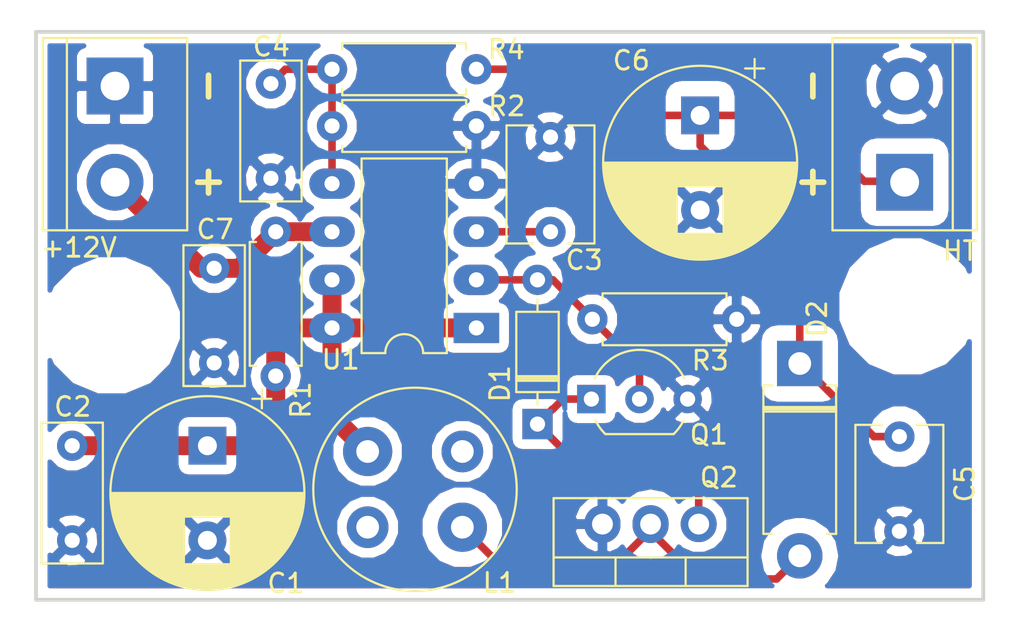
<source format=kicad_pcb>
(kicad_pcb (version 20171130) (host pcbnew 5.0.2+dfsg1-1)

  (general
    (thickness 1.6)
    (drawings 8)
    (tracks 54)
    (zones 0)
    (modules 21)
    (nets 10)
  )

  (page A4)
  (layers
    (0 F.Cu signal)
    (31 B.Cu signal)
    (32 B.Adhes user)
    (33 F.Adhes user)
    (34 B.Paste user)
    (35 F.Paste user)
    (36 B.SilkS user)
    (37 F.SilkS user)
    (38 B.Mask user)
    (39 F.Mask user)
    (40 Dwgs.User user)
    (41 Cmts.User user)
    (42 Eco1.User user)
    (43 Eco2.User user)
    (44 Edge.Cuts user)
    (45 Margin user)
    (46 B.CrtYd user)
    (47 F.CrtYd user)
    (48 B.Fab user)
    (49 F.Fab user)
  )

  (setup
    (last_trace_width 0.4)
    (trace_clearance 0.4)
    (zone_clearance 0.508)
    (zone_45_only no)
    (trace_min 0.2)
    (segment_width 0.2)
    (edge_width 0.15)
    (via_size 0.8)
    (via_drill 0.4)
    (via_min_size 0.4)
    (via_min_drill 0.3)
    (uvia_size 0.3)
    (uvia_drill 0.1)
    (uvias_allowed no)
    (uvia_min_size 0.2)
    (uvia_min_drill 0.1)
    (pcb_text_width 0.3)
    (pcb_text_size 1.5 1.5)
    (mod_edge_width 0.15)
    (mod_text_size 1 1)
    (mod_text_width 0.15)
    (pad_size 3.2 3.2)
    (pad_drill 3.2)
    (pad_to_mask_clearance 0.051)
    (solder_mask_min_width 0.25)
    (aux_axis_origin 0 0)
    (visible_elements FFFFFF7F)
    (pcbplotparams
      (layerselection 0x010e0_ffffffff)
      (usegerberextensions true)
      (usegerberattributes false)
      (usegerberadvancedattributes false)
      (creategerberjobfile false)
      (excludeedgelayer true)
      (linewidth 0.100000)
      (plotframeref false)
      (viasonmask false)
      (mode 1)
      (useauxorigin false)
      (hpglpennumber 1)
      (hpglpenspeed 20)
      (hpglpendiameter 15.000000)
      (psnegative false)
      (psa4output false)
      (plotreference true)
      (plotvalue true)
      (plotinvisibletext false)
      (padsonsilk false)
      (subtractmaskfromsilk false)
      (outputformat 1)
      (mirror false)
      (drillshape 0)
      (scaleselection 1)
      (outputdirectory "Gerber/"))
  )

  (net 0 "")
  (net 1 GND)
  (net 2 "Net-(C3-Pad1)")
  (net 3 "Net-(C4-Pad1)")
  (net 4 "Net-(D1-Pad1)")
  (net 5 "Net-(D1-Pad2)")
  (net 6 /IN)
  (net 7 /HT2)
  (net 8 /HT1)
  (net 9 /PEAK)

  (net_class Default "Ceci est la Netclass par défaut."
    (clearance 0.4)
    (trace_width 0.4)
    (via_dia 0.8)
    (via_drill 0.4)
    (uvia_dia 0.3)
    (uvia_drill 0.1)
    (add_net "Net-(C3-Pad1)")
    (add_net "Net-(C4-Pad1)")
    (add_net "Net-(D1-Pad1)")
    (add_net "Net-(D1-Pad2)")
  )

  (net_class HT ""
    (clearance 0.8)
    (trace_width 0.4)
    (via_dia 0.8)
    (via_drill 0.4)
    (uvia_dia 0.3)
    (uvia_drill 0.1)
    (add_net /HT1)
    (add_net /HT2)
  )

  (net_class PEAK ""
    (clearance 0.4)
    (trace_width 1)
    (via_dia 0.8)
    (via_drill 0.4)
    (uvia_dia 0.3)
    (uvia_drill 0.1)
    (add_net /IN)
    (add_net /PEAK)
    (add_net GND)
  )

  (module TerminalBlock:TerminalBlock_bornier-2_P5.08mm (layer F.Cu) (tedit 5C83C8D6) (tstamp 5C8DC2A8)
    (at 185.8518 97.9424 90)
    (descr "simple 2-pin terminal block, pitch 5.08mm, revamped version of bornier2")
    (tags "terminal block bornier2")
    (path /5C81C9FC)
    (fp_text reference J2 (at 6.7818 -4.5466 90) (layer F.SilkS) hide
      (effects (font (size 1 1) (thickness 0.15)))
    )
    (fp_text value HT (at -3.6322 2.921 180) (layer F.SilkS)
      (effects (font (size 1 1) (thickness 0.15)))
    )
    (fp_text user %R (at 2.54 0 90) (layer F.Fab)
      (effects (font (size 1 1) (thickness 0.15)))
    )
    (fp_line (start -2.41 2.55) (end 7.49 2.55) (layer F.Fab) (width 0.1))
    (fp_line (start -2.46 -3.75) (end -2.46 3.75) (layer F.Fab) (width 0.1))
    (fp_line (start -2.46 3.75) (end 7.54 3.75) (layer F.Fab) (width 0.1))
    (fp_line (start 7.54 3.75) (end 7.54 -3.75) (layer F.Fab) (width 0.1))
    (fp_line (start 7.54 -3.75) (end -2.46 -3.75) (layer F.Fab) (width 0.1))
    (fp_line (start 7.62 2.54) (end -2.54 2.54) (layer F.SilkS) (width 0.12))
    (fp_line (start 7.62 3.81) (end 7.62 -3.81) (layer F.SilkS) (width 0.12))
    (fp_line (start 7.62 -3.81) (end -2.54 -3.81) (layer F.SilkS) (width 0.12))
    (fp_line (start -2.54 -3.81) (end -2.54 3.81) (layer F.SilkS) (width 0.12))
    (fp_line (start -2.54 3.81) (end 7.62 3.81) (layer F.SilkS) (width 0.12))
    (fp_line (start -2.71 -4) (end 7.79 -4) (layer F.CrtYd) (width 0.05))
    (fp_line (start -2.71 -4) (end -2.71 4) (layer F.CrtYd) (width 0.05))
    (fp_line (start 7.79 4) (end 7.79 -4) (layer F.CrtYd) (width 0.05))
    (fp_line (start 7.79 4) (end -2.71 4) (layer F.CrtYd) (width 0.05))
    (pad 1 thru_hole rect (at 0 0 90) (size 3 3) (drill 1.52) (layers *.Cu *.Mask)
      (net 7 /HT2))
    (pad 2 thru_hole circle (at 5.08 0 90) (size 3 3) (drill 1.52) (layers *.Cu *.Mask)
      (net 1 GND))
    (model ${KISYS3DMOD}/TerminalBlock.3dshapes/TerminalBlock_bornier-2_P5.08mm.wrl
      (offset (xyz 2.539999961853027 0 0))
      (scale (xyz 1 1 1))
      (rotate (xyz 0 0 0))
    )
    (model "${KIPRJMOD}/3D/Screw Terminal Block 5mm Blue 2-way.step"
      (offset (xyz 2.5 0 0))
      (scale (xyz 1 1 1))
      (rotate (xyz -90 0 0))
    )
  )

  (module TerminalBlock:TerminalBlock_bornier-2_P5.08mm (layer F.Cu) (tedit 5C83C8E6) (tstamp 5C8DC293)
    (at 144.1704 92.8624 270)
    (descr "simple 2-pin terminal block, pitch 5.08mm, revamped version of bornier2")
    (tags "terminal block bornier2")
    (path /5C81C865)
    (fp_text reference J1 (at 2.6162 -2.5908 270) (layer F.SilkS) hide
      (effects (font (size 1 1) (thickness 0.15)))
    )
    (fp_text value +12V (at 8.5344 1.905) (layer F.SilkS)
      (effects (font (size 1 1) (thickness 0.15)))
    )
    (fp_line (start 7.79 4) (end -2.71 4) (layer F.CrtYd) (width 0.05))
    (fp_line (start 7.79 4) (end 7.79 -4) (layer F.CrtYd) (width 0.05))
    (fp_line (start -2.71 -4) (end -2.71 4) (layer F.CrtYd) (width 0.05))
    (fp_line (start -2.71 -4) (end 7.79 -4) (layer F.CrtYd) (width 0.05))
    (fp_line (start -2.54 3.81) (end 7.62 3.81) (layer F.SilkS) (width 0.12))
    (fp_line (start -2.54 -3.81) (end -2.54 3.81) (layer F.SilkS) (width 0.12))
    (fp_line (start 7.62 -3.81) (end -2.54 -3.81) (layer F.SilkS) (width 0.12))
    (fp_line (start 7.62 3.81) (end 7.62 -3.81) (layer F.SilkS) (width 0.12))
    (fp_line (start 7.62 2.54) (end -2.54 2.54) (layer F.SilkS) (width 0.12))
    (fp_line (start 7.54 -3.75) (end -2.46 -3.75) (layer F.Fab) (width 0.1))
    (fp_line (start 7.54 3.75) (end 7.54 -3.75) (layer F.Fab) (width 0.1))
    (fp_line (start -2.46 3.75) (end 7.54 3.75) (layer F.Fab) (width 0.1))
    (fp_line (start -2.46 -3.75) (end -2.46 3.75) (layer F.Fab) (width 0.1))
    (fp_line (start -2.41 2.55) (end 7.49 2.55) (layer F.Fab) (width 0.1))
    (fp_text user %R (at 2.54 0 270) (layer F.Fab)
      (effects (font (size 1 1) (thickness 0.15)))
    )
    (pad 2 thru_hole circle (at 5.08 0 270) (size 3 3) (drill 1.52) (layers *.Cu *.Mask)
      (net 6 /IN))
    (pad 1 thru_hole rect (at 0 0 270) (size 3 3) (drill 1.52) (layers *.Cu *.Mask)
      (net 1 GND))
    (model ${KISYS3DMOD}/TerminalBlock.3dshapes/TerminalBlock_bornier-2_P5.08mm.wrl
      (offset (xyz 2.539999961853027 0 0))
      (scale (xyz 1 1 1))
      (rotate (xyz 0 0 0))
    )
    (model "${KIPRJMOD}/3D/Screw Terminal Block 5mm Blue 2-way.step"
      (offset (xyz 2.5 0 0))
      (scale (xyz 1 1 1))
      (rotate (xyz -90 0 0))
    )
  )

  (module MountingHole:MountingHole_3.2mm_M3 (layer F.Cu) (tedit 5C83BE0B) (tstamp 5CCB6742)
    (at 186 104.5)
    (descr "Mounting Hole 3.2mm, no annular, M3")
    (tags "mounting hole 3.2mm no annular m3")
    (attr virtual)
    (fp_text reference REF** (at 0 -4.2) (layer F.CrtYd) hide
      (effects (font (size 1 1) (thickness 0.15)))
    )
    (fp_text value MountingHole_3.2mm_M3 (at 0 4.2) (layer F.Fab) hide
      (effects (font (size 1 1) (thickness 0.15)))
    )
    (fp_text user %R (at 0.3 0) (layer F.Fab)
      (effects (font (size 1 1) (thickness 0.15)))
    )
    (fp_circle (center 0 0) (end 3.2 0) (layer Cmts.User) (width 0.15))
    (fp_circle (center 0 0) (end 3.45 0) (layer F.CrtYd) (width 0.05))
    (pad "" np_thru_hole circle (at 0 0) (size 3.2 3.2) (drill 3.2) (layers *.Cu *.Mask)
      (clearance 2))
  )

  (module Diode_THT:D_DO-35_SOD27_P7.62mm_Horizontal (layer F.Cu) (tedit 5C83BF1D) (tstamp 5C8DC25F)
    (at 166.4716 110.7186 90)
    (descr "Diode, DO-35_SOD27 series, Axial, Horizontal, pin pitch=7.62mm, , length*diameter=4*2mm^2, , http://www.diodes.com/_files/packages/DO-35.pdf")
    (tags "Diode DO-35_SOD27 series Axial Horizontal pin pitch 7.62mm  length 4mm diameter 2mm")
    (path /5C812C03)
    (fp_text reference D1 (at 2.1336 -1.9812 90) (layer F.SilkS)
      (effects (font (size 1 1) (thickness 0.15)))
    )
    (fp_text value 1N4148 (at 3.81 2.12 90) (layer F.Fab)
      (effects (font (size 1 1) (thickness 0.15)))
    )
    (fp_line (start 1.81 -1) (end 1.81 1) (layer F.Fab) (width 0.1))
    (fp_line (start 1.81 1) (end 5.81 1) (layer F.Fab) (width 0.1))
    (fp_line (start 5.81 1) (end 5.81 -1) (layer F.Fab) (width 0.1))
    (fp_line (start 5.81 -1) (end 1.81 -1) (layer F.Fab) (width 0.1))
    (fp_line (start 0 0) (end 1.81 0) (layer F.Fab) (width 0.1))
    (fp_line (start 7.62 0) (end 5.81 0) (layer F.Fab) (width 0.1))
    (fp_line (start 2.41 -1) (end 2.41 1) (layer F.Fab) (width 0.1))
    (fp_line (start 2.51 -1) (end 2.51 1) (layer F.Fab) (width 0.1))
    (fp_line (start 2.31 -1) (end 2.31 1) (layer F.Fab) (width 0.1))
    (fp_line (start 1.69 -1.12) (end 1.69 1.12) (layer F.SilkS) (width 0.12))
    (fp_line (start 1.69 1.12) (end 5.93 1.12) (layer F.SilkS) (width 0.12))
    (fp_line (start 5.93 1.12) (end 5.93 -1.12) (layer F.SilkS) (width 0.12))
    (fp_line (start 5.93 -1.12) (end 1.69 -1.12) (layer F.SilkS) (width 0.12))
    (fp_line (start 1.04 0) (end 1.69 0) (layer F.SilkS) (width 0.12))
    (fp_line (start 6.58 0) (end 5.93 0) (layer F.SilkS) (width 0.12))
    (fp_line (start 2.41 -1.12) (end 2.41 1.12) (layer F.SilkS) (width 0.12))
    (fp_line (start 2.53 -1.12) (end 2.53 1.12) (layer F.SilkS) (width 0.12))
    (fp_line (start 2.29 -1.12) (end 2.29 1.12) (layer F.SilkS) (width 0.12))
    (fp_line (start -1.05 -1.25) (end -1.05 1.25) (layer F.CrtYd) (width 0.05))
    (fp_line (start -1.05 1.25) (end 8.67 1.25) (layer F.CrtYd) (width 0.05))
    (fp_line (start 8.67 1.25) (end 8.67 -1.25) (layer F.CrtYd) (width 0.05))
    (fp_line (start 8.67 -1.25) (end -1.05 -1.25) (layer F.CrtYd) (width 0.05))
    (fp_text user %R (at 4.11 0 90) (layer F.Fab)
      (effects (font (size 0.8 0.8) (thickness 0.12)))
    )
    (fp_text user K (at 0 -1.8 90) (layer F.Fab) hide
      (effects (font (size 1 1) (thickness 0.15)))
    )
    (fp_text user K (at 0 -1.8034 90) (layer F.SilkS) hide
      (effects (font (size 1 1) (thickness 0.15)))
    )
    (pad 1 thru_hole rect (at 0 0 90) (size 1.6 1.6) (drill 0.8) (layers *.Cu *.Mask)
      (net 4 "Net-(D1-Pad1)"))
    (pad 2 thru_hole oval (at 7.62 0 90) (size 1.6 1.6) (drill 0.8) (layers *.Cu *.Mask)
      (net 5 "Net-(D1-Pad2)"))
    (model ${KISYS3DMOD}/Diode_THT.3dshapes/D_DO-35_SOD27_P7.62mm_Horizontal.wrl
      (at (xyz 0 0 0))
      (scale (xyz 1 1 1))
      (rotate (xyz 0 0 0))
    )
  )

  (module Resistor_THT:R_Axial_DIN0207_L6.3mm_D2.5mm_P7.62mm_Horizontal (layer F.Cu) (tedit 5AE5139B) (tstamp 5C8E0F5E)
    (at 163.2458 91.9734 180)
    (descr "Resistor, Axial_DIN0207 series, Axial, Horizontal, pin pitch=7.62mm, 0.25W = 1/4W, length*diameter=6.3*2.5mm^2, http://cdn-reichelt.de/documents/datenblatt/B400/1_4W%23YAG.pdf")
    (tags "Resistor Axial_DIN0207 series Axial Horizontal pin pitch 7.62mm 0.25W = 1/4W length 6.3mm diameter 2.5mm")
    (path /5C81396C)
    (fp_text reference R4 (at -1.5748 1.0414 180) (layer F.SilkS)
      (effects (font (size 1 1) (thickness 0.15)))
    )
    (fp_text value 430k (at 3.81 2.37 180) (layer F.Fab)
      (effects (font (size 1 1) (thickness 0.15)))
    )
    (fp_line (start 0.66 -1.25) (end 0.66 1.25) (layer F.Fab) (width 0.1))
    (fp_line (start 0.66 1.25) (end 6.96 1.25) (layer F.Fab) (width 0.1))
    (fp_line (start 6.96 1.25) (end 6.96 -1.25) (layer F.Fab) (width 0.1))
    (fp_line (start 6.96 -1.25) (end 0.66 -1.25) (layer F.Fab) (width 0.1))
    (fp_line (start 0 0) (end 0.66 0) (layer F.Fab) (width 0.1))
    (fp_line (start 7.62 0) (end 6.96 0) (layer F.Fab) (width 0.1))
    (fp_line (start 0.54 -1.04) (end 0.54 -1.37) (layer F.SilkS) (width 0.12))
    (fp_line (start 0.54 -1.37) (end 7.08 -1.37) (layer F.SilkS) (width 0.12))
    (fp_line (start 7.08 -1.37) (end 7.08 -1.04) (layer F.SilkS) (width 0.12))
    (fp_line (start 0.54 1.04) (end 0.54 1.37) (layer F.SilkS) (width 0.12))
    (fp_line (start 0.54 1.37) (end 7.08 1.37) (layer F.SilkS) (width 0.12))
    (fp_line (start 7.08 1.37) (end 7.08 1.04) (layer F.SilkS) (width 0.12))
    (fp_line (start -1.05 -1.5) (end -1.05 1.5) (layer F.CrtYd) (width 0.05))
    (fp_line (start -1.05 1.5) (end 8.67 1.5) (layer F.CrtYd) (width 0.05))
    (fp_line (start 8.67 1.5) (end 8.67 -1.5) (layer F.CrtYd) (width 0.05))
    (fp_line (start 8.67 -1.5) (end -1.05 -1.5) (layer F.CrtYd) (width 0.05))
    (fp_text user %R (at 3.81 -0.0508 180) (layer F.Fab)
      (effects (font (size 1 1) (thickness 0.15)))
    )
    (pad 1 thru_hole circle (at 0 0 180) (size 1.6 1.6) (drill 0.8) (layers *.Cu *.Mask)
      (net 7 /HT2))
    (pad 2 thru_hole oval (at 7.62 0 180) (size 1.6 1.6) (drill 0.8) (layers *.Cu *.Mask)
      (net 3 "Net-(C4-Pad1)"))
    (model ${KISYS3DMOD}/Resistor_THT.3dshapes/R_Axial_DIN0207_L6.3mm_D2.5mm_P7.62mm_Horizontal.wrl
      (at (xyz 0 0 0))
      (scale (xyz 1 1 1))
      (rotate (xyz 0 0 0))
    )
  )

  (module Capacitor_THT:CP_Radial_D10.0mm_P5.00mm (layer F.Cu) (tedit 5AE50EF1) (tstamp 5CBFAB48)
    (at 149.0472 111.8616 270)
    (descr "CP, Radial series, Radial, pin pitch=5.00mm, , diameter=10mm, Electrolytic Capacitor")
    (tags "CP Radial series Radial pin pitch 5.00mm  diameter 10mm Electrolytic Capacitor")
    (path /5C811E08)
    (fp_text reference C1 (at 7.2644 -4.1402) (layer F.SilkS)
      (effects (font (size 1 1) (thickness 0.15)))
    )
    (fp_text value 470µ (at 2.5 6.25 270) (layer F.Fab)
      (effects (font (size 1 1) (thickness 0.15)))
    )
    (fp_circle (center 2.5 0) (end 7.5 0) (layer F.Fab) (width 0.1))
    (fp_circle (center 2.5 0) (end 7.62 0) (layer F.SilkS) (width 0.12))
    (fp_circle (center 2.5 0) (end 7.75 0) (layer F.CrtYd) (width 0.05))
    (fp_line (start -1.788861 -2.1875) (end -0.788861 -2.1875) (layer F.Fab) (width 0.1))
    (fp_line (start -1.288861 -2.6875) (end -1.288861 -1.6875) (layer F.Fab) (width 0.1))
    (fp_line (start 2.5 -5.08) (end 2.5 5.08) (layer F.SilkS) (width 0.12))
    (fp_line (start 2.54 -5.08) (end 2.54 5.08) (layer F.SilkS) (width 0.12))
    (fp_line (start 2.58 -5.08) (end 2.58 5.08) (layer F.SilkS) (width 0.12))
    (fp_line (start 2.62 -5.079) (end 2.62 5.079) (layer F.SilkS) (width 0.12))
    (fp_line (start 2.66 -5.078) (end 2.66 5.078) (layer F.SilkS) (width 0.12))
    (fp_line (start 2.7 -5.077) (end 2.7 5.077) (layer F.SilkS) (width 0.12))
    (fp_line (start 2.74 -5.075) (end 2.74 5.075) (layer F.SilkS) (width 0.12))
    (fp_line (start 2.78 -5.073) (end 2.78 5.073) (layer F.SilkS) (width 0.12))
    (fp_line (start 2.82 -5.07) (end 2.82 5.07) (layer F.SilkS) (width 0.12))
    (fp_line (start 2.86 -5.068) (end 2.86 5.068) (layer F.SilkS) (width 0.12))
    (fp_line (start 2.9 -5.065) (end 2.9 5.065) (layer F.SilkS) (width 0.12))
    (fp_line (start 2.94 -5.062) (end 2.94 5.062) (layer F.SilkS) (width 0.12))
    (fp_line (start 2.98 -5.058) (end 2.98 5.058) (layer F.SilkS) (width 0.12))
    (fp_line (start 3.02 -5.054) (end 3.02 5.054) (layer F.SilkS) (width 0.12))
    (fp_line (start 3.06 -5.05) (end 3.06 5.05) (layer F.SilkS) (width 0.12))
    (fp_line (start 3.1 -5.045) (end 3.1 5.045) (layer F.SilkS) (width 0.12))
    (fp_line (start 3.14 -5.04) (end 3.14 5.04) (layer F.SilkS) (width 0.12))
    (fp_line (start 3.18 -5.035) (end 3.18 5.035) (layer F.SilkS) (width 0.12))
    (fp_line (start 3.221 -5.03) (end 3.221 5.03) (layer F.SilkS) (width 0.12))
    (fp_line (start 3.261 -5.024) (end 3.261 5.024) (layer F.SilkS) (width 0.12))
    (fp_line (start 3.301 -5.018) (end 3.301 5.018) (layer F.SilkS) (width 0.12))
    (fp_line (start 3.341 -5.011) (end 3.341 5.011) (layer F.SilkS) (width 0.12))
    (fp_line (start 3.381 -5.004) (end 3.381 5.004) (layer F.SilkS) (width 0.12))
    (fp_line (start 3.421 -4.997) (end 3.421 4.997) (layer F.SilkS) (width 0.12))
    (fp_line (start 3.461 -4.99) (end 3.461 4.99) (layer F.SilkS) (width 0.12))
    (fp_line (start 3.501 -4.982) (end 3.501 4.982) (layer F.SilkS) (width 0.12))
    (fp_line (start 3.541 -4.974) (end 3.541 4.974) (layer F.SilkS) (width 0.12))
    (fp_line (start 3.581 -4.965) (end 3.581 4.965) (layer F.SilkS) (width 0.12))
    (fp_line (start 3.621 -4.956) (end 3.621 4.956) (layer F.SilkS) (width 0.12))
    (fp_line (start 3.661 -4.947) (end 3.661 4.947) (layer F.SilkS) (width 0.12))
    (fp_line (start 3.701 -4.938) (end 3.701 4.938) (layer F.SilkS) (width 0.12))
    (fp_line (start 3.741 -4.928) (end 3.741 4.928) (layer F.SilkS) (width 0.12))
    (fp_line (start 3.781 -4.918) (end 3.781 -1.241) (layer F.SilkS) (width 0.12))
    (fp_line (start 3.781 1.241) (end 3.781 4.918) (layer F.SilkS) (width 0.12))
    (fp_line (start 3.821 -4.907) (end 3.821 -1.241) (layer F.SilkS) (width 0.12))
    (fp_line (start 3.821 1.241) (end 3.821 4.907) (layer F.SilkS) (width 0.12))
    (fp_line (start 3.861 -4.897) (end 3.861 -1.241) (layer F.SilkS) (width 0.12))
    (fp_line (start 3.861 1.241) (end 3.861 4.897) (layer F.SilkS) (width 0.12))
    (fp_line (start 3.901 -4.885) (end 3.901 -1.241) (layer F.SilkS) (width 0.12))
    (fp_line (start 3.901 1.241) (end 3.901 4.885) (layer F.SilkS) (width 0.12))
    (fp_line (start 3.941 -4.874) (end 3.941 -1.241) (layer F.SilkS) (width 0.12))
    (fp_line (start 3.941 1.241) (end 3.941 4.874) (layer F.SilkS) (width 0.12))
    (fp_line (start 3.981 -4.862) (end 3.981 -1.241) (layer F.SilkS) (width 0.12))
    (fp_line (start 3.981 1.241) (end 3.981 4.862) (layer F.SilkS) (width 0.12))
    (fp_line (start 4.021 -4.85) (end 4.021 -1.241) (layer F.SilkS) (width 0.12))
    (fp_line (start 4.021 1.241) (end 4.021 4.85) (layer F.SilkS) (width 0.12))
    (fp_line (start 4.061 -4.837) (end 4.061 -1.241) (layer F.SilkS) (width 0.12))
    (fp_line (start 4.061 1.241) (end 4.061 4.837) (layer F.SilkS) (width 0.12))
    (fp_line (start 4.101 -4.824) (end 4.101 -1.241) (layer F.SilkS) (width 0.12))
    (fp_line (start 4.101 1.241) (end 4.101 4.824) (layer F.SilkS) (width 0.12))
    (fp_line (start 4.141 -4.811) (end 4.141 -1.241) (layer F.SilkS) (width 0.12))
    (fp_line (start 4.141 1.241) (end 4.141 4.811) (layer F.SilkS) (width 0.12))
    (fp_line (start 4.181 -4.797) (end 4.181 -1.241) (layer F.SilkS) (width 0.12))
    (fp_line (start 4.181 1.241) (end 4.181 4.797) (layer F.SilkS) (width 0.12))
    (fp_line (start 4.221 -4.783) (end 4.221 -1.241) (layer F.SilkS) (width 0.12))
    (fp_line (start 4.221 1.241) (end 4.221 4.783) (layer F.SilkS) (width 0.12))
    (fp_line (start 4.261 -4.768) (end 4.261 -1.241) (layer F.SilkS) (width 0.12))
    (fp_line (start 4.261 1.241) (end 4.261 4.768) (layer F.SilkS) (width 0.12))
    (fp_line (start 4.301 -4.754) (end 4.301 -1.241) (layer F.SilkS) (width 0.12))
    (fp_line (start 4.301 1.241) (end 4.301 4.754) (layer F.SilkS) (width 0.12))
    (fp_line (start 4.341 -4.738) (end 4.341 -1.241) (layer F.SilkS) (width 0.12))
    (fp_line (start 4.341 1.241) (end 4.341 4.738) (layer F.SilkS) (width 0.12))
    (fp_line (start 4.381 -4.723) (end 4.381 -1.241) (layer F.SilkS) (width 0.12))
    (fp_line (start 4.381 1.241) (end 4.381 4.723) (layer F.SilkS) (width 0.12))
    (fp_line (start 4.421 -4.707) (end 4.421 -1.241) (layer F.SilkS) (width 0.12))
    (fp_line (start 4.421 1.241) (end 4.421 4.707) (layer F.SilkS) (width 0.12))
    (fp_line (start 4.461 -4.69) (end 4.461 -1.241) (layer F.SilkS) (width 0.12))
    (fp_line (start 4.461 1.241) (end 4.461 4.69) (layer F.SilkS) (width 0.12))
    (fp_line (start 4.501 -4.674) (end 4.501 -1.241) (layer F.SilkS) (width 0.12))
    (fp_line (start 4.501 1.241) (end 4.501 4.674) (layer F.SilkS) (width 0.12))
    (fp_line (start 4.541 -4.657) (end 4.541 -1.241) (layer F.SilkS) (width 0.12))
    (fp_line (start 4.541 1.241) (end 4.541 4.657) (layer F.SilkS) (width 0.12))
    (fp_line (start 4.581 -4.639) (end 4.581 -1.241) (layer F.SilkS) (width 0.12))
    (fp_line (start 4.581 1.241) (end 4.581 4.639) (layer F.SilkS) (width 0.12))
    (fp_line (start 4.621 -4.621) (end 4.621 -1.241) (layer F.SilkS) (width 0.12))
    (fp_line (start 4.621 1.241) (end 4.621 4.621) (layer F.SilkS) (width 0.12))
    (fp_line (start 4.661 -4.603) (end 4.661 -1.241) (layer F.SilkS) (width 0.12))
    (fp_line (start 4.661 1.241) (end 4.661 4.603) (layer F.SilkS) (width 0.12))
    (fp_line (start 4.701 -4.584) (end 4.701 -1.241) (layer F.SilkS) (width 0.12))
    (fp_line (start 4.701 1.241) (end 4.701 4.584) (layer F.SilkS) (width 0.12))
    (fp_line (start 4.741 -4.564) (end 4.741 -1.241) (layer F.SilkS) (width 0.12))
    (fp_line (start 4.741 1.241) (end 4.741 4.564) (layer F.SilkS) (width 0.12))
    (fp_line (start 4.781 -4.545) (end 4.781 -1.241) (layer F.SilkS) (width 0.12))
    (fp_line (start 4.781 1.241) (end 4.781 4.545) (layer F.SilkS) (width 0.12))
    (fp_line (start 4.821 -4.525) (end 4.821 -1.241) (layer F.SilkS) (width 0.12))
    (fp_line (start 4.821 1.241) (end 4.821 4.525) (layer F.SilkS) (width 0.12))
    (fp_line (start 4.861 -4.504) (end 4.861 -1.241) (layer F.SilkS) (width 0.12))
    (fp_line (start 4.861 1.241) (end 4.861 4.504) (layer F.SilkS) (width 0.12))
    (fp_line (start 4.901 -4.483) (end 4.901 -1.241) (layer F.SilkS) (width 0.12))
    (fp_line (start 4.901 1.241) (end 4.901 4.483) (layer F.SilkS) (width 0.12))
    (fp_line (start 4.941 -4.462) (end 4.941 -1.241) (layer F.SilkS) (width 0.12))
    (fp_line (start 4.941 1.241) (end 4.941 4.462) (layer F.SilkS) (width 0.12))
    (fp_line (start 4.981 -4.44) (end 4.981 -1.241) (layer F.SilkS) (width 0.12))
    (fp_line (start 4.981 1.241) (end 4.981 4.44) (layer F.SilkS) (width 0.12))
    (fp_line (start 5.021 -4.417) (end 5.021 -1.241) (layer F.SilkS) (width 0.12))
    (fp_line (start 5.021 1.241) (end 5.021 4.417) (layer F.SilkS) (width 0.12))
    (fp_line (start 5.061 -4.395) (end 5.061 -1.241) (layer F.SilkS) (width 0.12))
    (fp_line (start 5.061 1.241) (end 5.061 4.395) (layer F.SilkS) (width 0.12))
    (fp_line (start 5.101 -4.371) (end 5.101 -1.241) (layer F.SilkS) (width 0.12))
    (fp_line (start 5.101 1.241) (end 5.101 4.371) (layer F.SilkS) (width 0.12))
    (fp_line (start 5.141 -4.347) (end 5.141 -1.241) (layer F.SilkS) (width 0.12))
    (fp_line (start 5.141 1.241) (end 5.141 4.347) (layer F.SilkS) (width 0.12))
    (fp_line (start 5.181 -4.323) (end 5.181 -1.241) (layer F.SilkS) (width 0.12))
    (fp_line (start 5.181 1.241) (end 5.181 4.323) (layer F.SilkS) (width 0.12))
    (fp_line (start 5.221 -4.298) (end 5.221 -1.241) (layer F.SilkS) (width 0.12))
    (fp_line (start 5.221 1.241) (end 5.221 4.298) (layer F.SilkS) (width 0.12))
    (fp_line (start 5.261 -4.273) (end 5.261 -1.241) (layer F.SilkS) (width 0.12))
    (fp_line (start 5.261 1.241) (end 5.261 4.273) (layer F.SilkS) (width 0.12))
    (fp_line (start 5.301 -4.247) (end 5.301 -1.241) (layer F.SilkS) (width 0.12))
    (fp_line (start 5.301 1.241) (end 5.301 4.247) (layer F.SilkS) (width 0.12))
    (fp_line (start 5.341 -4.221) (end 5.341 -1.241) (layer F.SilkS) (width 0.12))
    (fp_line (start 5.341 1.241) (end 5.341 4.221) (layer F.SilkS) (width 0.12))
    (fp_line (start 5.381 -4.194) (end 5.381 -1.241) (layer F.SilkS) (width 0.12))
    (fp_line (start 5.381 1.241) (end 5.381 4.194) (layer F.SilkS) (width 0.12))
    (fp_line (start 5.421 -4.166) (end 5.421 -1.241) (layer F.SilkS) (width 0.12))
    (fp_line (start 5.421 1.241) (end 5.421 4.166) (layer F.SilkS) (width 0.12))
    (fp_line (start 5.461 -4.138) (end 5.461 -1.241) (layer F.SilkS) (width 0.12))
    (fp_line (start 5.461 1.241) (end 5.461 4.138) (layer F.SilkS) (width 0.12))
    (fp_line (start 5.501 -4.11) (end 5.501 -1.241) (layer F.SilkS) (width 0.12))
    (fp_line (start 5.501 1.241) (end 5.501 4.11) (layer F.SilkS) (width 0.12))
    (fp_line (start 5.541 -4.08) (end 5.541 -1.241) (layer F.SilkS) (width 0.12))
    (fp_line (start 5.541 1.241) (end 5.541 4.08) (layer F.SilkS) (width 0.12))
    (fp_line (start 5.581 -4.05) (end 5.581 -1.241) (layer F.SilkS) (width 0.12))
    (fp_line (start 5.581 1.241) (end 5.581 4.05) (layer F.SilkS) (width 0.12))
    (fp_line (start 5.621 -4.02) (end 5.621 -1.241) (layer F.SilkS) (width 0.12))
    (fp_line (start 5.621 1.241) (end 5.621 4.02) (layer F.SilkS) (width 0.12))
    (fp_line (start 5.661 -3.989) (end 5.661 -1.241) (layer F.SilkS) (width 0.12))
    (fp_line (start 5.661 1.241) (end 5.661 3.989) (layer F.SilkS) (width 0.12))
    (fp_line (start 5.701 -3.957) (end 5.701 -1.241) (layer F.SilkS) (width 0.12))
    (fp_line (start 5.701 1.241) (end 5.701 3.957) (layer F.SilkS) (width 0.12))
    (fp_line (start 5.741 -3.925) (end 5.741 -1.241) (layer F.SilkS) (width 0.12))
    (fp_line (start 5.741 1.241) (end 5.741 3.925) (layer F.SilkS) (width 0.12))
    (fp_line (start 5.781 -3.892) (end 5.781 -1.241) (layer F.SilkS) (width 0.12))
    (fp_line (start 5.781 1.241) (end 5.781 3.892) (layer F.SilkS) (width 0.12))
    (fp_line (start 5.821 -3.858) (end 5.821 -1.241) (layer F.SilkS) (width 0.12))
    (fp_line (start 5.821 1.241) (end 5.821 3.858) (layer F.SilkS) (width 0.12))
    (fp_line (start 5.861 -3.824) (end 5.861 -1.241) (layer F.SilkS) (width 0.12))
    (fp_line (start 5.861 1.241) (end 5.861 3.824) (layer F.SilkS) (width 0.12))
    (fp_line (start 5.901 -3.789) (end 5.901 -1.241) (layer F.SilkS) (width 0.12))
    (fp_line (start 5.901 1.241) (end 5.901 3.789) (layer F.SilkS) (width 0.12))
    (fp_line (start 5.941 -3.753) (end 5.941 -1.241) (layer F.SilkS) (width 0.12))
    (fp_line (start 5.941 1.241) (end 5.941 3.753) (layer F.SilkS) (width 0.12))
    (fp_line (start 5.981 -3.716) (end 5.981 -1.241) (layer F.SilkS) (width 0.12))
    (fp_line (start 5.981 1.241) (end 5.981 3.716) (layer F.SilkS) (width 0.12))
    (fp_line (start 6.021 -3.679) (end 6.021 -1.241) (layer F.SilkS) (width 0.12))
    (fp_line (start 6.021 1.241) (end 6.021 3.679) (layer F.SilkS) (width 0.12))
    (fp_line (start 6.061 -3.64) (end 6.061 -1.241) (layer F.SilkS) (width 0.12))
    (fp_line (start 6.061 1.241) (end 6.061 3.64) (layer F.SilkS) (width 0.12))
    (fp_line (start 6.101 -3.601) (end 6.101 -1.241) (layer F.SilkS) (width 0.12))
    (fp_line (start 6.101 1.241) (end 6.101 3.601) (layer F.SilkS) (width 0.12))
    (fp_line (start 6.141 -3.561) (end 6.141 -1.241) (layer F.SilkS) (width 0.12))
    (fp_line (start 6.141 1.241) (end 6.141 3.561) (layer F.SilkS) (width 0.12))
    (fp_line (start 6.181 -3.52) (end 6.181 -1.241) (layer F.SilkS) (width 0.12))
    (fp_line (start 6.181 1.241) (end 6.181 3.52) (layer F.SilkS) (width 0.12))
    (fp_line (start 6.221 -3.478) (end 6.221 -1.241) (layer F.SilkS) (width 0.12))
    (fp_line (start 6.221 1.241) (end 6.221 3.478) (layer F.SilkS) (width 0.12))
    (fp_line (start 6.261 -3.436) (end 6.261 3.436) (layer F.SilkS) (width 0.12))
    (fp_line (start 6.301 -3.392) (end 6.301 3.392) (layer F.SilkS) (width 0.12))
    (fp_line (start 6.341 -3.347) (end 6.341 3.347) (layer F.SilkS) (width 0.12))
    (fp_line (start 6.381 -3.301) (end 6.381 3.301) (layer F.SilkS) (width 0.12))
    (fp_line (start 6.421 -3.254) (end 6.421 3.254) (layer F.SilkS) (width 0.12))
    (fp_line (start 6.461 -3.206) (end 6.461 3.206) (layer F.SilkS) (width 0.12))
    (fp_line (start 6.501 -3.156) (end 6.501 3.156) (layer F.SilkS) (width 0.12))
    (fp_line (start 6.541 -3.106) (end 6.541 3.106) (layer F.SilkS) (width 0.12))
    (fp_line (start 6.581 -3.054) (end 6.581 3.054) (layer F.SilkS) (width 0.12))
    (fp_line (start 6.621 -3) (end 6.621 3) (layer F.SilkS) (width 0.12))
    (fp_line (start 6.661 -2.945) (end 6.661 2.945) (layer F.SilkS) (width 0.12))
    (fp_line (start 6.701 -2.889) (end 6.701 2.889) (layer F.SilkS) (width 0.12))
    (fp_line (start 6.741 -2.83) (end 6.741 2.83) (layer F.SilkS) (width 0.12))
    (fp_line (start 6.781 -2.77) (end 6.781 2.77) (layer F.SilkS) (width 0.12))
    (fp_line (start 6.821 -2.709) (end 6.821 2.709) (layer F.SilkS) (width 0.12))
    (fp_line (start 6.861 -2.645) (end 6.861 2.645) (layer F.SilkS) (width 0.12))
    (fp_line (start 6.901 -2.579) (end 6.901 2.579) (layer F.SilkS) (width 0.12))
    (fp_line (start 6.941 -2.51) (end 6.941 2.51) (layer F.SilkS) (width 0.12))
    (fp_line (start 6.981 -2.439) (end 6.981 2.439) (layer F.SilkS) (width 0.12))
    (fp_line (start 7.021 -2.365) (end 7.021 2.365) (layer F.SilkS) (width 0.12))
    (fp_line (start 7.061 -2.289) (end 7.061 2.289) (layer F.SilkS) (width 0.12))
    (fp_line (start 7.101 -2.209) (end 7.101 2.209) (layer F.SilkS) (width 0.12))
    (fp_line (start 7.141 -2.125) (end 7.141 2.125) (layer F.SilkS) (width 0.12))
    (fp_line (start 7.181 -2.037) (end 7.181 2.037) (layer F.SilkS) (width 0.12))
    (fp_line (start 7.221 -1.944) (end 7.221 1.944) (layer F.SilkS) (width 0.12))
    (fp_line (start 7.261 -1.846) (end 7.261 1.846) (layer F.SilkS) (width 0.12))
    (fp_line (start 7.301 -1.742) (end 7.301 1.742) (layer F.SilkS) (width 0.12))
    (fp_line (start 7.341 -1.63) (end 7.341 1.63) (layer F.SilkS) (width 0.12))
    (fp_line (start 7.381 -1.51) (end 7.381 1.51) (layer F.SilkS) (width 0.12))
    (fp_line (start 7.421 -1.378) (end 7.421 1.378) (layer F.SilkS) (width 0.12))
    (fp_line (start 7.461 -1.23) (end 7.461 1.23) (layer F.SilkS) (width 0.12))
    (fp_line (start 7.501 -1.062) (end 7.501 1.062) (layer F.SilkS) (width 0.12))
    (fp_line (start 7.541 -0.862) (end 7.541 0.862) (layer F.SilkS) (width 0.12))
    (fp_line (start 7.581 -0.599) (end 7.581 0.599) (layer F.SilkS) (width 0.12))
    (fp_line (start -2.979646 -2.875) (end -1.979646 -2.875) (layer F.SilkS) (width 0.12))
    (fp_line (start -2.479646 -3.375) (end -2.479646 -2.375) (layer F.SilkS) (width 0.12))
    (fp_text user %R (at 2.5 0 270) (layer F.Fab)
      (effects (font (size 1 1) (thickness 0.15)))
    )
    (pad 1 thru_hole rect (at 0 0 270) (size 2 2) (drill 1) (layers *.Cu *.Mask)
      (net 9 /PEAK))
    (pad 2 thru_hole circle (at 5 0 270) (size 2 2) (drill 1) (layers *.Cu *.Mask)
      (net 1 GND))
    (model ${KISYS3DMOD}/Capacitor_THT.3dshapes/CP_Radial_D10.0mm_P5.00mm.wrl
      (at (xyz 0 0 0))
      (scale (xyz 1 1 1))
      (rotate (xyz 0 0 0))
    )
  )

  (module ProjectLib:L_Radial_D10.5mm_P5.00mm_MuRATA_1200RS (layer F.Cu) (tedit 5C83AF48) (tstamp 5C9C7EB3)
    (at 157.5054 112.1664 90)
    (descr "Inductor, Radial series, Radial, pin pitch=5.00mm, , diameter=10.5mm, MuRATA, 1200RS, http://www.murata-ps.com/data/magnetics/kmp_1200rs.pdf")
    (tags "Inductor Radial series Radial pin pitch 5.00mm  diameter 10.5mm MuRATA 1200RS")
    (path /5C8124C8)
    (fp_text reference L1 (at -6.9342 6.9596 180) (layer F.SilkS)
      (effects (font (size 1 1) (thickness 0.15)))
    )
    (fp_text value 100µH/1.5A (at -2 9.75 90) (layer F.Fab)
      (effects (font (size 1 1) (thickness 0.15)))
    )
    (fp_text user %R (at -2 2.5 90) (layer F.Fab)
      (effects (font (size 1 1) (thickness 0.15)))
    )
    (fp_circle (center -2 2.5) (end 3.5 2.5) (layer F.CrtYd) (width 0.05))
    (fp_circle (center -2 2.5) (end 3.37 2.5) (layer F.SilkS) (width 0.12))
    (fp_circle (center -2 2.5) (end 3.25 2.5) (layer F.Fab) (width 0.1))
    (pad "" thru_hole circle (at 0 5 90) (size 2.2 2.2) (drill 1.2) (layers *.Cu *.Mask))
    (pad "" thru_hole circle (at -4 0 90) (size 2.2 2.2) (drill 1.2) (layers *.Cu *.Mask))
    (pad 2 thru_hole circle (at -4 5 90) (size 2.6 2.6) (drill 1.2) (layers *.Cu *.Mask)
      (net 8 /HT1))
    (pad 1 thru_hole circle (at 0 0 90) (size 2.6 2.6) (drill 1.2) (layers *.Cu *.Mask)
      (net 9 /PEAK))
    (model ${KIPRJMOD}/3D/mps_mag_1200rs_thd_a.STEP
      (offset (xyz -58 -54.1 -16))
      (scale (xyz 1 1 1))
      (rotate (xyz 0 0 90))
    )
  )

  (module Capacitor_THT:C_Rect_L7.2mm_W3.0mm_P5.00mm_FKS2_FKP2_MKS2_MKP2 (layer F.Cu) (tedit 5AE50EF0) (tstamp 5CCBE9DC)
    (at 149.4028 102.489 270)
    (descr "C, Rect series, Radial, pin pitch=5.00mm, , length*width=7.2*3.0mm^2, Capacitor, http://www.wima.com/EN/WIMA_FKS_2.pdf")
    (tags "C Rect series Radial pin pitch 5.00mm  length 7.2mm width 3.0mm Capacitor")
    (path /5C840E90)
    (fp_text reference C7 (at -2.0574 -0.0508) (layer F.SilkS)
      (effects (font (size 1 1) (thickness 0.15)))
    )
    (fp_text value 100n (at 2.5 2.75 270) (layer F.Fab)
      (effects (font (size 1 1) (thickness 0.15)))
    )
    (fp_line (start -1.1 -1.5) (end -1.1 1.5) (layer F.Fab) (width 0.1))
    (fp_line (start -1.1 1.5) (end 6.1 1.5) (layer F.Fab) (width 0.1))
    (fp_line (start 6.1 1.5) (end 6.1 -1.5) (layer F.Fab) (width 0.1))
    (fp_line (start 6.1 -1.5) (end -1.1 -1.5) (layer F.Fab) (width 0.1))
    (fp_line (start -1.22 -1.62) (end 6.22 -1.62) (layer F.SilkS) (width 0.12))
    (fp_line (start -1.22 1.62) (end 6.22 1.62) (layer F.SilkS) (width 0.12))
    (fp_line (start -1.22 -1.62) (end -1.22 1.62) (layer F.SilkS) (width 0.12))
    (fp_line (start 6.22 -1.62) (end 6.22 1.62) (layer F.SilkS) (width 0.12))
    (fp_line (start -1.35 -1.75) (end -1.35 1.75) (layer F.CrtYd) (width 0.05))
    (fp_line (start -1.35 1.75) (end 6.35 1.75) (layer F.CrtYd) (width 0.05))
    (fp_line (start 6.35 1.75) (end 6.35 -1.75) (layer F.CrtYd) (width 0.05))
    (fp_line (start 6.35 -1.75) (end -1.35 -1.75) (layer F.CrtYd) (width 0.05))
    (fp_text user %R (at 2.5 0 270) (layer F.Fab)
      (effects (font (size 1 1) (thickness 0.15)))
    )
    (pad 1 thru_hole circle (at 0 0 270) (size 1.6 1.6) (drill 0.8) (layers *.Cu *.Mask)
      (net 6 /IN))
    (pad 2 thru_hole circle (at 5 0 270) (size 1.6 1.6) (drill 0.8) (layers *.Cu *.Mask)
      (net 1 GND))
    (model ${KISYS3DMOD}/Capacitor_THT.3dshapes/C_Rect_L7.2mm_W3.0mm_P5.00mm_FKS2_FKP2_MKS2_MKP2.wrl
      (at (xyz 0 0 0))
      (scale (xyz 1 1 1))
      (rotate (xyz 0 0 0))
    )
  )

  (module Capacitor_THT:C_Rect_L7.2mm_W3.0mm_P5.00mm_FKS2_FKP2_MKS2_MKP2 (layer F.Cu) (tedit 5AE50EF0) (tstamp 5C8DC10B)
    (at 141.9098 111.8616 270)
    (descr "C, Rect series, Radial, pin pitch=5.00mm, , length*width=7.2*3.0mm^2, Capacitor, http://www.wima.com/EN/WIMA_FKS_2.pdf")
    (tags "C Rect series Radial pin pitch 5.00mm  length 7.2mm width 3.0mm Capacitor")
    (path /5C811D18)
    (fp_text reference C2 (at -2.0574 -0.0254) (layer F.SilkS)
      (effects (font (size 1 1) (thickness 0.15)))
    )
    (fp_text value 100n (at 2.5 2.75 270) (layer F.Fab)
      (effects (font (size 1 1) (thickness 0.15)))
    )
    (fp_line (start -1.1 -1.5) (end -1.1 1.5) (layer F.Fab) (width 0.1))
    (fp_line (start -1.1 1.5) (end 6.1 1.5) (layer F.Fab) (width 0.1))
    (fp_line (start 6.1 1.5) (end 6.1 -1.5) (layer F.Fab) (width 0.1))
    (fp_line (start 6.1 -1.5) (end -1.1 -1.5) (layer F.Fab) (width 0.1))
    (fp_line (start -1.22 -1.62) (end 6.22 -1.62) (layer F.SilkS) (width 0.12))
    (fp_line (start -1.22 1.62) (end 6.22 1.62) (layer F.SilkS) (width 0.12))
    (fp_line (start -1.22 -1.62) (end -1.22 1.62) (layer F.SilkS) (width 0.12))
    (fp_line (start 6.22 -1.62) (end 6.22 1.62) (layer F.SilkS) (width 0.12))
    (fp_line (start -1.35 -1.75) (end -1.35 1.75) (layer F.CrtYd) (width 0.05))
    (fp_line (start -1.35 1.75) (end 6.35 1.75) (layer F.CrtYd) (width 0.05))
    (fp_line (start 6.35 1.75) (end 6.35 -1.75) (layer F.CrtYd) (width 0.05))
    (fp_line (start 6.35 -1.75) (end -1.35 -1.75) (layer F.CrtYd) (width 0.05))
    (fp_text user %R (at 2.5 0 270) (layer F.Fab)
      (effects (font (size 1 1) (thickness 0.15)))
    )
    (pad 1 thru_hole circle (at 0 0 270) (size 1.6 1.6) (drill 0.8) (layers *.Cu *.Mask)
      (net 9 /PEAK))
    (pad 2 thru_hole circle (at 5 0 270) (size 1.6 1.6) (drill 0.8) (layers *.Cu *.Mask)
      (net 1 GND))
    (model ${KISYS3DMOD}/Capacitor_THT.3dshapes/C_Rect_L7.2mm_W3.0mm_P5.00mm_FKS2_FKP2_MKS2_MKP2.wrl
      (at (xyz 0 0 0))
      (scale (xyz 1 1 1))
      (rotate (xyz 0 0 0))
    )
  )

  (module Capacitor_THT:C_Rect_L7.2mm_W3.0mm_P5.00mm_FKS2_FKP2_MKS2_MKP2 (layer F.Cu) (tedit 5C83B63F) (tstamp 5C8DC131)
    (at 152.4 92.7354 270)
    (descr "C, Rect series, Radial, pin pitch=5.00mm, , length*width=7.2*3.0mm^2, Capacitor, http://www.wima.com/EN/WIMA_FKS_2.pdf")
    (tags "C Rect series Radial pin pitch 5.00mm  length 7.2mm width 3.0mm Capacitor")
    (path /5C81337F)
    (fp_text reference C4 (at -1.9558 -0.0254) (layer F.SilkS)
      (effects (font (size 1 1) (thickness 0.15)))
    )
    (fp_text value 100n (at 2.5 2.75 270) (layer F.Fab)
      (effects (font (size 1 1) (thickness 0.15)))
    )
    (fp_text user %R (at 2.5 0 270) (layer F.Fab)
      (effects (font (size 1 1) (thickness 0.15)))
    )
    (fp_line (start 6.35 -1.75) (end -1.35 -1.75) (layer F.CrtYd) (width 0.05))
    (fp_line (start 6.35 1.75) (end 6.35 -1.75) (layer F.CrtYd) (width 0.05))
    (fp_line (start -1.35 1.75) (end 6.35 1.75) (layer F.CrtYd) (width 0.05))
    (fp_line (start -1.35 -1.75) (end -1.35 1.75) (layer F.CrtYd) (width 0.05))
    (fp_line (start 6.22 -1.62) (end 6.22 1.62) (layer F.SilkS) (width 0.12))
    (fp_line (start -1.22 -1.62) (end -1.22 1.62) (layer F.SilkS) (width 0.12))
    (fp_line (start -1.22 1.62) (end 6.22 1.62) (layer F.SilkS) (width 0.12))
    (fp_line (start -1.22 -1.62) (end 6.22 -1.62) (layer F.SilkS) (width 0.12))
    (fp_line (start 6.1 -1.5) (end -1.1 -1.5) (layer F.Fab) (width 0.1))
    (fp_line (start 6.1 1.5) (end 6.1 -1.5) (layer F.Fab) (width 0.1))
    (fp_line (start -1.1 1.5) (end 6.1 1.5) (layer F.Fab) (width 0.1))
    (fp_line (start -1.1 -1.5) (end -1.1 1.5) (layer F.Fab) (width 0.1))
    (pad 2 thru_hole circle (at 5 0 270) (size 1.6 1.6) (drill 0.8) (layers *.Cu *.Mask)
      (net 1 GND))
    (pad 1 thru_hole circle (at 0 0 270) (size 1.6 1.6) (drill 0.8) (layers *.Cu *.Mask)
      (net 3 "Net-(C4-Pad1)"))
    (model ${KISYS3DMOD}/Capacitor_THT.3dshapes/C_Rect_L7.2mm_W3.0mm_P5.00mm_FKS2_FKP2_MKS2_MKP2.wrl
      (at (xyz 0 0 0))
      (scale (xyz 1 1 1))
      (rotate (xyz 0 0 0))
    )
  )

  (module Diode_THT:D_DO-15_P10.16mm_Horizontal (layer F.Cu) (tedit 5C83BF3D) (tstamp 5C8DC27E)
    (at 180.3146 107.5182 270)
    (descr "Diode, DO-15 series, Axial, Horizontal, pin pitch=10.16mm, , length*diameter=7.6*3.6mm^2, , http://www.diodes.com/_files/packages/DO-15.pdf")
    (tags "Diode DO-15 series Axial Horizontal pin pitch 10.16mm  length 7.6mm diameter 3.6mm")
    (path /5C811EDC)
    (fp_text reference D2 (at -2.3622 -0.9144 270) (layer F.SilkS)
      (effects (font (size 1 1) (thickness 0.15)))
    )
    (fp_text value BYV26 (at 5.08 2.92 270) (layer F.Fab)
      (effects (font (size 1 1) (thickness 0.15)))
    )
    (fp_line (start 1.28 -1.8) (end 1.28 1.8) (layer F.Fab) (width 0.1))
    (fp_line (start 1.28 1.8) (end 8.88 1.8) (layer F.Fab) (width 0.1))
    (fp_line (start 8.88 1.8) (end 8.88 -1.8) (layer F.Fab) (width 0.1))
    (fp_line (start 8.88 -1.8) (end 1.28 -1.8) (layer F.Fab) (width 0.1))
    (fp_line (start 0 0) (end 1.28 0) (layer F.Fab) (width 0.1))
    (fp_line (start 10.16 0) (end 8.88 0) (layer F.Fab) (width 0.1))
    (fp_line (start 2.42 -1.8) (end 2.42 1.8) (layer F.Fab) (width 0.1))
    (fp_line (start 2.52 -1.8) (end 2.52 1.8) (layer F.Fab) (width 0.1))
    (fp_line (start 2.32 -1.8) (end 2.32 1.8) (layer F.Fab) (width 0.1))
    (fp_line (start 1.16 -1.44) (end 1.16 -1.92) (layer F.SilkS) (width 0.12))
    (fp_line (start 1.16 -1.92) (end 9 -1.92) (layer F.SilkS) (width 0.12))
    (fp_line (start 9 -1.92) (end 9 -1.44) (layer F.SilkS) (width 0.12))
    (fp_line (start 1.16 1.44) (end 1.16 1.92) (layer F.SilkS) (width 0.12))
    (fp_line (start 1.16 1.92) (end 9 1.92) (layer F.SilkS) (width 0.12))
    (fp_line (start 9 1.92) (end 9 1.44) (layer F.SilkS) (width 0.12))
    (fp_line (start 2.42 -1.92) (end 2.42 1.92) (layer F.SilkS) (width 0.12))
    (fp_line (start 2.54 -1.92) (end 2.54 1.92) (layer F.SilkS) (width 0.12))
    (fp_line (start 2.3 -1.92) (end 2.3 1.92) (layer F.SilkS) (width 0.12))
    (fp_line (start -1.45 -2.05) (end -1.45 2.05) (layer F.CrtYd) (width 0.05))
    (fp_line (start -1.45 2.05) (end 11.61 2.05) (layer F.CrtYd) (width 0.05))
    (fp_line (start 11.61 2.05) (end 11.61 -2.05) (layer F.CrtYd) (width 0.05))
    (fp_line (start 11.61 -2.05) (end -1.45 -2.05) (layer F.CrtYd) (width 0.05))
    (fp_text user %R (at 5.65 0 270) (layer F.Fab)
      (effects (font (size 1 1) (thickness 0.15)))
    )
    (fp_text user K (at 0 -2.2 270) (layer F.Fab) hide
      (effects (font (size 1 1) (thickness 0.15)))
    )
    (fp_text user K (at 0 -2.2 270) (layer F.SilkS) hide
      (effects (font (size 1 1) (thickness 0.15)))
    )
    (pad 1 thru_hole rect (at 0 0 270) (size 2.4 2.4) (drill 1.2) (layers *.Cu *.Mask)
      (net 7 /HT2))
    (pad 2 thru_hole oval (at 10.16 0 270) (size 2.4 2.4) (drill 1.2) (layers *.Cu *.Mask)
      (net 8 /HT1))
    (model ${KISYS3DMOD}/Diode_THT.3dshapes/D_DO-15_P10.16mm_Horizontal.wrl
      (at (xyz 0 0 0))
      (scale (xyz 1 1 1))
      (rotate (xyz 0 0 0))
    )
  )

  (module Package_TO_SOT_THT:TO-220-3_Vertical (layer F.Cu) (tedit 5C83BC2C) (tstamp 5CBFD0E0)
    (at 174.9806 116.0018 180)
    (descr "TO-220-3, Vertical, RM 2.54mm, see https://www.vishay.com/docs/66542/to-220-1.pdf")
    (tags "TO-220-3 Vertical RM 2.54mm")
    (path /5C81215A)
    (fp_text reference Q2 (at -1.0668 2.4638 180) (layer F.SilkS)
      (effects (font (size 1 1) (thickness 0.15)))
    )
    (fp_text value IRF740 (at 2.54 2.5 180) (layer F.Fab)
      (effects (font (size 1 1) (thickness 0.15)))
    )
    (fp_line (start -2.46 -3.15) (end -2.46 1.25) (layer F.Fab) (width 0.1))
    (fp_line (start -2.46 1.25) (end 7.54 1.25) (layer F.Fab) (width 0.1))
    (fp_line (start 7.54 1.25) (end 7.54 -3.15) (layer F.Fab) (width 0.1))
    (fp_line (start 7.54 -3.15) (end -2.46 -3.15) (layer F.Fab) (width 0.1))
    (fp_line (start -2.46 -1.88) (end 7.54 -1.88) (layer F.Fab) (width 0.1))
    (fp_line (start 0.69 -3.15) (end 0.69 -1.88) (layer F.Fab) (width 0.1))
    (fp_line (start 4.39 -3.15) (end 4.39 -1.88) (layer F.Fab) (width 0.1))
    (fp_line (start -2.58 -3.27) (end 7.66 -3.27) (layer F.SilkS) (width 0.12))
    (fp_line (start -2.58 1.371) (end 7.66 1.371) (layer F.SilkS) (width 0.12))
    (fp_line (start -2.58 -3.27) (end -2.58 1.371) (layer F.SilkS) (width 0.12))
    (fp_line (start 7.66 -3.27) (end 7.66 1.371) (layer F.SilkS) (width 0.12))
    (fp_line (start -2.58 -1.76) (end 7.66 -1.76) (layer F.SilkS) (width 0.12))
    (fp_line (start 0.69 -3.27) (end 0.69 -1.76) (layer F.SilkS) (width 0.12))
    (fp_line (start 4.391 -3.27) (end 4.391 -1.76) (layer F.SilkS) (width 0.12))
    (fp_line (start -2.71 -3.4) (end -2.71 1.51) (layer F.CrtYd) (width 0.05))
    (fp_line (start -2.71 1.51) (end 7.79 1.51) (layer F.CrtYd) (width 0.05))
    (fp_line (start 7.79 1.51) (end 7.79 -3.4) (layer F.CrtYd) (width 0.05))
    (fp_line (start 7.79 -3.4) (end -2.71 -3.4) (layer F.CrtYd) (width 0.05))
    (fp_text user %R (at 2.54 -4.27 180) (layer F.Fab)
      (effects (font (size 1 1) (thickness 0.15)))
    )
    (pad 1 thru_hole circle (at 0 0 180) (size 1.905 1.905) (drill 1.1) (layers *.Cu *.Mask)
      (net 4 "Net-(D1-Pad1)"))
    (pad 2 thru_hole oval (at 2.54 0 180) (size 1.905 2) (drill 1.1) (layers *.Cu *.Mask)
      (net 8 /HT1))
    (pad 3 thru_hole oval (at 5.08 0 180) (size 1.905 2) (drill 1.1) (layers *.Cu *.Mask)
      (net 1 GND))
    (model ${KISYS3DMOD}/Package_TO_SOT_THT.3dshapes/TO-220-3_Vertical.wrl
      (at (xyz 0 0 0))
      (scale (xyz 1 1 1))
      (rotate (xyz 0 0 0))
    )
  )

  (module Resistor_THT:R_Axial_DIN0207_L6.3mm_D2.5mm_P7.62mm_Horizontal (layer F.Cu) (tedit 5AE5139B) (tstamp 5CCBE979)
    (at 152.654 100.5586 270)
    (descr "Resistor, Axial_DIN0207 series, Axial, Horizontal, pin pitch=7.62mm, 0.25W = 1/4W, length*diameter=6.3*2.5mm^2, http://cdn-reichelt.de/documents/datenblatt/B400/1_4W%23YAG.pdf")
    (tags "Resistor Axial_DIN0207 series Axial Horizontal pin pitch 7.62mm 0.25W = 1/4W length 6.3mm diameter 2.5mm")
    (path /5C81278F)
    (fp_text reference R1 (at 8.89 -1.3208 270) (layer F.SilkS)
      (effects (font (size 1 1) (thickness 0.15)))
    )
    (fp_text value 0.22R (at 3.81 2.37 270) (layer F.Fab)
      (effects (font (size 1 1) (thickness 0.15)))
    )
    (fp_text user %R (at 3.81 0 270) (layer F.Fab)
      (effects (font (size 1 1) (thickness 0.15)))
    )
    (fp_line (start 8.67 -1.5) (end -1.05 -1.5) (layer F.CrtYd) (width 0.05))
    (fp_line (start 8.67 1.5) (end 8.67 -1.5) (layer F.CrtYd) (width 0.05))
    (fp_line (start -1.05 1.5) (end 8.67 1.5) (layer F.CrtYd) (width 0.05))
    (fp_line (start -1.05 -1.5) (end -1.05 1.5) (layer F.CrtYd) (width 0.05))
    (fp_line (start 7.08 1.37) (end 7.08 1.04) (layer F.SilkS) (width 0.12))
    (fp_line (start 0.54 1.37) (end 7.08 1.37) (layer F.SilkS) (width 0.12))
    (fp_line (start 0.54 1.04) (end 0.54 1.37) (layer F.SilkS) (width 0.12))
    (fp_line (start 7.08 -1.37) (end 7.08 -1.04) (layer F.SilkS) (width 0.12))
    (fp_line (start 0.54 -1.37) (end 7.08 -1.37) (layer F.SilkS) (width 0.12))
    (fp_line (start 0.54 -1.04) (end 0.54 -1.37) (layer F.SilkS) (width 0.12))
    (fp_line (start 7.62 0) (end 6.96 0) (layer F.Fab) (width 0.1))
    (fp_line (start 0 0) (end 0.66 0) (layer F.Fab) (width 0.1))
    (fp_line (start 6.96 -1.25) (end 0.66 -1.25) (layer F.Fab) (width 0.1))
    (fp_line (start 6.96 1.25) (end 6.96 -1.25) (layer F.Fab) (width 0.1))
    (fp_line (start 0.66 1.25) (end 6.96 1.25) (layer F.Fab) (width 0.1))
    (fp_line (start 0.66 -1.25) (end 0.66 1.25) (layer F.Fab) (width 0.1))
    (pad 2 thru_hole oval (at 7.62 0 270) (size 1.6 1.6) (drill 0.8) (layers *.Cu *.Mask)
      (net 9 /PEAK))
    (pad 1 thru_hole circle (at 0 0 270) (size 1.6 1.6) (drill 0.8) (layers *.Cu *.Mask)
      (net 6 /IN))
    (model ${KISYS3DMOD}/Resistor_THT.3dshapes/R_Axial_DIN0207_L6.3mm_D2.5mm_P7.62mm_Horizontal.wrl
      (at (xyz 0 0 0))
      (scale (xyz 1 1 1))
      (rotate (xyz 0 0 0))
    )
  )

  (module Resistor_THT:R_Axial_DIN0207_L6.3mm_D2.5mm_P7.62mm_Horizontal (layer F.Cu) (tedit 5AE5139B) (tstamp 5C8DC30E)
    (at 155.6258 94.9706)
    (descr "Resistor, Axial_DIN0207 series, Axial, Horizontal, pin pitch=7.62mm, 0.25W = 1/4W, length*diameter=6.3*2.5mm^2, http://cdn-reichelt.de/documents/datenblatt/B400/1_4W%23YAG.pdf")
    (tags "Resistor Axial_DIN0207 series Axial Horizontal pin pitch 7.62mm 0.25W = 1/4W length 6.3mm diameter 2.5mm")
    (path /5C813202)
    (fp_text reference R2 (at 9.2202 -1.0414) (layer F.SilkS)
      (effects (font (size 1 1) (thickness 0.15)))
    )
    (fp_text value 1.8k (at 3.81 2.37) (layer F.Fab)
      (effects (font (size 1 1) (thickness 0.15)))
    )
    (fp_text user %R (at 3.81 0) (layer F.Fab)
      (effects (font (size 1 1) (thickness 0.15)))
    )
    (fp_line (start 8.67 -1.5) (end -1.05 -1.5) (layer F.CrtYd) (width 0.05))
    (fp_line (start 8.67 1.5) (end 8.67 -1.5) (layer F.CrtYd) (width 0.05))
    (fp_line (start -1.05 1.5) (end 8.67 1.5) (layer F.CrtYd) (width 0.05))
    (fp_line (start -1.05 -1.5) (end -1.05 1.5) (layer F.CrtYd) (width 0.05))
    (fp_line (start 7.08 1.37) (end 7.08 1.04) (layer F.SilkS) (width 0.12))
    (fp_line (start 0.54 1.37) (end 7.08 1.37) (layer F.SilkS) (width 0.12))
    (fp_line (start 0.54 1.04) (end 0.54 1.37) (layer F.SilkS) (width 0.12))
    (fp_line (start 7.08 -1.37) (end 7.08 -1.04) (layer F.SilkS) (width 0.12))
    (fp_line (start 0.54 -1.37) (end 7.08 -1.37) (layer F.SilkS) (width 0.12))
    (fp_line (start 0.54 -1.04) (end 0.54 -1.37) (layer F.SilkS) (width 0.12))
    (fp_line (start 7.62 0) (end 6.96 0) (layer F.Fab) (width 0.1))
    (fp_line (start 0 0) (end 0.66 0) (layer F.Fab) (width 0.1))
    (fp_line (start 6.96 -1.25) (end 0.66 -1.25) (layer F.Fab) (width 0.1))
    (fp_line (start 6.96 1.25) (end 6.96 -1.25) (layer F.Fab) (width 0.1))
    (fp_line (start 0.66 1.25) (end 6.96 1.25) (layer F.Fab) (width 0.1))
    (fp_line (start 0.66 -1.25) (end 0.66 1.25) (layer F.Fab) (width 0.1))
    (pad 2 thru_hole oval (at 7.62 0) (size 1.6 1.6) (drill 0.8) (layers *.Cu *.Mask)
      (net 1 GND))
    (pad 1 thru_hole circle (at 0 0) (size 1.6 1.6) (drill 0.8) (layers *.Cu *.Mask)
      (net 3 "Net-(C4-Pad1)"))
    (model ${KISYS3DMOD}/Resistor_THT.3dshapes/R_Axial_DIN0207_L6.3mm_D2.5mm_P7.62mm_Horizontal.wrl
      (at (xyz 0 0 0))
      (scale (xyz 1 1 1))
      (rotate (xyz 0 0 0))
    )
  )

  (module Resistor_THT:R_Axial_DIN0207_L6.3mm_D2.5mm_P7.62mm_Horizontal (layer F.Cu) (tedit 5AE5139B) (tstamp 5CBFCC89)
    (at 169.3672 105.1814)
    (descr "Resistor, Axial_DIN0207 series, Axial, Horizontal, pin pitch=7.62mm, 0.25W = 1/4W, length*diameter=6.3*2.5mm^2, http://cdn-reichelt.de/documents/datenblatt/B400/1_4W%23YAG.pdf")
    (tags "Resistor Axial_DIN0207 series Axial Horizontal pin pitch 7.62mm 0.25W = 1/4W length 6.3mm diameter 2.5mm")
    (path /5C81297F)
    (fp_text reference R3 (at 6.223 2.1844) (layer F.SilkS)
      (effects (font (size 1 1) (thickness 0.15)))
    )
    (fp_text value 1k (at 3.81 2.37) (layer F.Fab)
      (effects (font (size 1 1) (thickness 0.15)))
    )
    (fp_line (start 0.66 -1.25) (end 0.66 1.25) (layer F.Fab) (width 0.1))
    (fp_line (start 0.66 1.25) (end 6.96 1.25) (layer F.Fab) (width 0.1))
    (fp_line (start 6.96 1.25) (end 6.96 -1.25) (layer F.Fab) (width 0.1))
    (fp_line (start 6.96 -1.25) (end 0.66 -1.25) (layer F.Fab) (width 0.1))
    (fp_line (start 0 0) (end 0.66 0) (layer F.Fab) (width 0.1))
    (fp_line (start 7.62 0) (end 6.96 0) (layer F.Fab) (width 0.1))
    (fp_line (start 0.54 -1.04) (end 0.54 -1.37) (layer F.SilkS) (width 0.12))
    (fp_line (start 0.54 -1.37) (end 7.08 -1.37) (layer F.SilkS) (width 0.12))
    (fp_line (start 7.08 -1.37) (end 7.08 -1.04) (layer F.SilkS) (width 0.12))
    (fp_line (start 0.54 1.04) (end 0.54 1.37) (layer F.SilkS) (width 0.12))
    (fp_line (start 0.54 1.37) (end 7.08 1.37) (layer F.SilkS) (width 0.12))
    (fp_line (start 7.08 1.37) (end 7.08 1.04) (layer F.SilkS) (width 0.12))
    (fp_line (start -1.05 -1.5) (end -1.05 1.5) (layer F.CrtYd) (width 0.05))
    (fp_line (start -1.05 1.5) (end 8.67 1.5) (layer F.CrtYd) (width 0.05))
    (fp_line (start 8.67 1.5) (end 8.67 -1.5) (layer F.CrtYd) (width 0.05))
    (fp_line (start 8.67 -1.5) (end -1.05 -1.5) (layer F.CrtYd) (width 0.05))
    (fp_text user %R (at 3.81 0) (layer F.Fab)
      (effects (font (size 1 1) (thickness 0.15)))
    )
    (pad 1 thru_hole circle (at 0 0) (size 1.6 1.6) (drill 0.8) (layers *.Cu *.Mask)
      (net 5 "Net-(D1-Pad2)"))
    (pad 2 thru_hole oval (at 7.62 0) (size 1.6 1.6) (drill 0.8) (layers *.Cu *.Mask)
      (net 1 GND))
    (model ${KISYS3DMOD}/Resistor_THT.3dshapes/R_Axial_DIN0207_L6.3mm_D2.5mm_P7.62mm_Horizontal.wrl
      (at (xyz 0 0 0))
      (scale (xyz 1 1 1))
      (rotate (xyz 0 0 0))
    )
  )

  (module Package_DIP:DIP-8_W7.62mm_LongPads (layer F.Cu) (tedit 5A02E8C5) (tstamp 5C8DC358)
    (at 163.2458 105.6386 180)
    (descr "8-lead though-hole mounted DIP package, row spacing 7.62 mm (300 mils), LongPads")
    (tags "THT DIP DIL PDIP 2.54mm 7.62mm 300mil LongPads")
    (path /5C811BA5)
    (fp_text reference U1 (at 7.1628 -1.6764 180) (layer F.SilkS)
      (effects (font (size 1 1) (thickness 0.15)))
    )
    (fp_text value MC34063AP (at 2.9464 -2.4384 180) (layer F.Fab)
      (effects (font (size 1 1) (thickness 0.15)))
    )
    (fp_arc (start 3.81 -1.33) (end 2.81 -1.33) (angle -180) (layer F.SilkS) (width 0.12))
    (fp_line (start 1.635 -1.27) (end 6.985 -1.27) (layer F.Fab) (width 0.1))
    (fp_line (start 6.985 -1.27) (end 6.985 8.89) (layer F.Fab) (width 0.1))
    (fp_line (start 6.985 8.89) (end 0.635 8.89) (layer F.Fab) (width 0.1))
    (fp_line (start 0.635 8.89) (end 0.635 -0.27) (layer F.Fab) (width 0.1))
    (fp_line (start 0.635 -0.27) (end 1.635 -1.27) (layer F.Fab) (width 0.1))
    (fp_line (start 2.81 -1.33) (end 1.56 -1.33) (layer F.SilkS) (width 0.12))
    (fp_line (start 1.56 -1.33) (end 1.56 8.95) (layer F.SilkS) (width 0.12))
    (fp_line (start 1.56 8.95) (end 6.06 8.95) (layer F.SilkS) (width 0.12))
    (fp_line (start 6.06 8.95) (end 6.06 -1.33) (layer F.SilkS) (width 0.12))
    (fp_line (start 6.06 -1.33) (end 4.81 -1.33) (layer F.SilkS) (width 0.12))
    (fp_line (start -1.45 -1.55) (end -1.45 9.15) (layer F.CrtYd) (width 0.05))
    (fp_line (start -1.45 9.15) (end 9.1 9.15) (layer F.CrtYd) (width 0.05))
    (fp_line (start 9.1 9.15) (end 9.1 -1.55) (layer F.CrtYd) (width 0.05))
    (fp_line (start 9.1 -1.55) (end -1.45 -1.55) (layer F.CrtYd) (width 0.05))
    (fp_text user %R (at 3.81 3.81 180) (layer F.Fab)
      (effects (font (size 1 1) (thickness 0.15)))
    )
    (pad 1 thru_hole rect (at 0 0 180) (size 2.4 1.6) (drill 0.8) (layers *.Cu *.Mask)
      (net 9 /PEAK))
    (pad 5 thru_hole oval (at 7.62 7.62 180) (size 2.4 1.6) (drill 0.8) (layers *.Cu *.Mask)
      (net 3 "Net-(C4-Pad1)"))
    (pad 2 thru_hole oval (at 0 2.54 180) (size 2.4 1.6) (drill 0.8) (layers *.Cu *.Mask)
      (net 5 "Net-(D1-Pad2)"))
    (pad 6 thru_hole oval (at 7.62 5.08 180) (size 2.4 1.6) (drill 0.8) (layers *.Cu *.Mask)
      (net 6 /IN))
    (pad 3 thru_hole oval (at 0 5.08 180) (size 2.4 1.6) (drill 0.8) (layers *.Cu *.Mask)
      (net 2 "Net-(C3-Pad1)"))
    (pad 7 thru_hole oval (at 7.62 2.54 180) (size 2.4 1.6) (drill 0.8) (layers *.Cu *.Mask)
      (net 9 /PEAK))
    (pad 4 thru_hole oval (at 0 7.62 180) (size 2.4 1.6) (drill 0.8) (layers *.Cu *.Mask)
      (net 1 GND))
    (pad 8 thru_hole oval (at 7.62 0 180) (size 2.4 1.6) (drill 0.8) (layers *.Cu *.Mask)
      (net 9 /PEAK))
    (model ${KISYS3DMOD}/Package_DIP.3dshapes/DIP-8_W7.62mm.wrl
      (at (xyz 0 0 0))
      (scale (xyz 1 1 1))
      (rotate (xyz 0 0 0))
    )
  )

  (module Package_TO_SOT_THT:TO-92_Inline_Wide (layer F.Cu) (tedit 5A02FF81) (tstamp 5C8DE8D9)
    (at 169.3164 109.3978)
    (descr "TO-92 leads in-line, wide, drill 0.75mm (see NXP sot054_po.pdf)")
    (tags "to-92 sc-43 sc-43a sot54 PA33 transistor")
    (path /5C8123F3)
    (fp_text reference Q1 (at 6.1976 1.8796) (layer F.SilkS)
      (effects (font (size 1 1) (thickness 0.15)))
    )
    (fp_text value MPS751 (at 2.54 2.79) (layer F.Fab)
      (effects (font (size 1 1) (thickness 0.15)))
    )
    (fp_text user %R (at 2.54 -3.56) (layer F.Fab)
      (effects (font (size 1 1) (thickness 0.15)))
    )
    (fp_line (start 0.74 1.85) (end 4.34 1.85) (layer F.SilkS) (width 0.12))
    (fp_line (start 0.8 1.75) (end 4.3 1.75) (layer F.Fab) (width 0.1))
    (fp_line (start -1.01 -2.73) (end 6.09 -2.73) (layer F.CrtYd) (width 0.05))
    (fp_line (start -1.01 -2.73) (end -1.01 2.01) (layer F.CrtYd) (width 0.05))
    (fp_line (start 6.09 2.01) (end 6.09 -2.73) (layer F.CrtYd) (width 0.05))
    (fp_line (start 6.09 2.01) (end -1.01 2.01) (layer F.CrtYd) (width 0.05))
    (fp_arc (start 2.54 0) (end 0.74 1.85) (angle 20) (layer F.SilkS) (width 0.12))
    (fp_arc (start 2.54 0) (end 2.54 -2.6) (angle -65) (layer F.SilkS) (width 0.12))
    (fp_arc (start 2.54 0) (end 2.54 -2.6) (angle 65) (layer F.SilkS) (width 0.12))
    (fp_arc (start 2.54 0) (end 2.54 -2.48) (angle 135) (layer F.Fab) (width 0.1))
    (fp_arc (start 2.54 0) (end 2.54 -2.48) (angle -135) (layer F.Fab) (width 0.1))
    (fp_arc (start 2.54 0) (end 4.34 1.85) (angle -20) (layer F.SilkS) (width 0.12))
    (pad 2 thru_hole circle (at 2.54 0 90) (size 1.5 1.5) (drill 0.8) (layers *.Cu *.Mask)
      (net 5 "Net-(D1-Pad2)"))
    (pad 3 thru_hole circle (at 5.08 0 90) (size 1.5 1.5) (drill 0.8) (layers *.Cu *.Mask)
      (net 1 GND))
    (pad 1 thru_hole rect (at 0 0 90) (size 1.5 1.5) (drill 0.8) (layers *.Cu *.Mask)
      (net 4 "Net-(D1-Pad1)"))
    (model ${KISYS3DMOD}/Package_TO_SOT_THT.3dshapes/TO-92_Inline_Wide.wrl
      (at (xyz 0 0 0))
      (scale (xyz 1 1 1))
      (rotate (xyz 0 0 0))
    )
  )

  (module MountingHole:MountingHole_3.2mm_M3 (layer F.Cu) (tedit 5C83BE01) (tstamp 5CCB6622)
    (at 144 105.5)
    (descr "Mounting Hole 3.2mm, no annular, M3")
    (tags "mounting hole 3.2mm no annular m3")
    (attr virtual)
    (fp_text reference REF** (at 0 -4.2) (layer F.CrtYd) hide
      (effects (font (size 1 1) (thickness 0.15)))
    )
    (fp_text value MountingHole_3.2mm_M3 (at 0 4.2) (layer F.Fab) hide
      (effects (font (size 1 1) (thickness 0.15)))
    )
    (fp_circle (center 0 0) (end 3.45 0) (layer F.CrtYd) (width 0.05))
    (fp_circle (center 0 0) (end 3.2 0) (layer Cmts.User) (width 0.15))
    (fp_text user %R (at 0.3 0) (layer F.Fab)
      (effects (font (size 1 1) (thickness 0.15)))
    )
    (pad "" np_thru_hole circle (at 0 0) (size 3.2 3.2) (drill 3.2) (layers *.Cu *.Mask)
      (clearance 2))
  )

  (module Capacitor_THT:C_Disc_D6.0mm_W4.4mm_P5.00mm (layer F.Cu) (tedit 5AE50EF0) (tstamp 5C9CE638)
    (at 167.1574 100.5586 90)
    (descr "C, Disc series, Radial, pin pitch=5.00mm, , diameter*width=6*4.4mm^2, Capacitor")
    (tags "C Disc series Radial pin pitch 5.00mm  diameter 6mm width 4.4mm Capacitor")
    (path /5C8132D0)
    (fp_text reference C3 (at -1.4986 1.778 180) (layer F.SilkS)
      (effects (font (size 1 1) (thickness 0.15)))
    )
    (fp_text value 470p (at 2.5 3.45 90) (layer F.Fab)
      (effects (font (size 1 1) (thickness 0.15)))
    )
    (fp_text user %R (at 2.5 0 90) (layer F.Fab)
      (effects (font (size 1 1) (thickness 0.15)))
    )
    (fp_line (start 6.05 -2.45) (end -1.05 -2.45) (layer F.CrtYd) (width 0.05))
    (fp_line (start 6.05 2.45) (end 6.05 -2.45) (layer F.CrtYd) (width 0.05))
    (fp_line (start -1.05 2.45) (end 6.05 2.45) (layer F.CrtYd) (width 0.05))
    (fp_line (start -1.05 -2.45) (end -1.05 2.45) (layer F.CrtYd) (width 0.05))
    (fp_line (start 5.62 0.925) (end 5.62 2.321) (layer F.SilkS) (width 0.12))
    (fp_line (start 5.62 -2.321) (end 5.62 -0.925) (layer F.SilkS) (width 0.12))
    (fp_line (start -0.62 0.925) (end -0.62 2.321) (layer F.SilkS) (width 0.12))
    (fp_line (start -0.62 -2.321) (end -0.62 -0.925) (layer F.SilkS) (width 0.12))
    (fp_line (start -0.62 2.321) (end 5.62 2.321) (layer F.SilkS) (width 0.12))
    (fp_line (start -0.62 -2.321) (end 5.62 -2.321) (layer F.SilkS) (width 0.12))
    (fp_line (start 5.5 -2.2) (end -0.5 -2.2) (layer F.Fab) (width 0.1))
    (fp_line (start 5.5 2.2) (end 5.5 -2.2) (layer F.Fab) (width 0.1))
    (fp_line (start -0.5 2.2) (end 5.5 2.2) (layer F.Fab) (width 0.1))
    (fp_line (start -0.5 -2.2) (end -0.5 2.2) (layer F.Fab) (width 0.1))
    (pad 2 thru_hole circle (at 5 0 90) (size 1.6 1.6) (drill 0.8) (layers *.Cu *.Mask)
      (net 1 GND))
    (pad 1 thru_hole circle (at 0 0 90) (size 1.6 1.6) (drill 0.8) (layers *.Cu *.Mask)
      (net 2 "Net-(C3-Pad1)"))
    (model ${KISYS3DMOD}/Capacitor_THT.3dshapes/C_Disc_D6.0mm_W4.4mm_P5.00mm.wrl
      (at (xyz 0 0 0))
      (scale (xyz 1 1 1))
      (rotate (xyz 0 0 0))
    )
  )

  (module Capacitor_THT:C_Disc_D6.0mm_W4.4mm_P5.00mm (layer F.Cu) (tedit 5AE50EF0) (tstamp 5C9CE64C)
    (at 185.5724 111.379 270)
    (descr "C, Disc series, Radial, pin pitch=5.00mm, , diameter*width=6*4.4mm^2, Capacitor")
    (tags "C Disc series Radial pin pitch 5.00mm  diameter 6mm width 4.4mm Capacitor")
    (path /5C813CE2)
    (fp_text reference C5 (at 2.5 -3.45 270) (layer F.SilkS)
      (effects (font (size 1 1) (thickness 0.15)))
    )
    (fp_text value 10n/400V (at 2.5 3.45 270) (layer F.Fab)
      (effects (font (size 1 1) (thickness 0.15)))
    )
    (fp_line (start -0.5 -2.2) (end -0.5 2.2) (layer F.Fab) (width 0.1))
    (fp_line (start -0.5 2.2) (end 5.5 2.2) (layer F.Fab) (width 0.1))
    (fp_line (start 5.5 2.2) (end 5.5 -2.2) (layer F.Fab) (width 0.1))
    (fp_line (start 5.5 -2.2) (end -0.5 -2.2) (layer F.Fab) (width 0.1))
    (fp_line (start -0.62 -2.321) (end 5.62 -2.321) (layer F.SilkS) (width 0.12))
    (fp_line (start -0.62 2.321) (end 5.62 2.321) (layer F.SilkS) (width 0.12))
    (fp_line (start -0.62 -2.321) (end -0.62 -0.925) (layer F.SilkS) (width 0.12))
    (fp_line (start -0.62 0.925) (end -0.62 2.321) (layer F.SilkS) (width 0.12))
    (fp_line (start 5.62 -2.321) (end 5.62 -0.925) (layer F.SilkS) (width 0.12))
    (fp_line (start 5.62 0.925) (end 5.62 2.321) (layer F.SilkS) (width 0.12))
    (fp_line (start -1.05 -2.45) (end -1.05 2.45) (layer F.CrtYd) (width 0.05))
    (fp_line (start -1.05 2.45) (end 6.05 2.45) (layer F.CrtYd) (width 0.05))
    (fp_line (start 6.05 2.45) (end 6.05 -2.45) (layer F.CrtYd) (width 0.05))
    (fp_line (start 6.05 -2.45) (end -1.05 -2.45) (layer F.CrtYd) (width 0.05))
    (fp_text user %R (at 2.5 0 270) (layer F.Fab)
      (effects (font (size 1 1) (thickness 0.15)))
    )
    (pad 1 thru_hole circle (at 0 0 270) (size 1.6 1.6) (drill 0.8) (layers *.Cu *.Mask)
      (net 7 /HT2))
    (pad 2 thru_hole circle (at 5 0 270) (size 1.6 1.6) (drill 0.8) (layers *.Cu *.Mask)
      (net 1 GND))
    (model ${KISYS3DMOD}/Capacitor_THT.3dshapes/C_Disc_D6.0mm_W4.4mm_P5.00mm.wrl
      (at (xyz 0 0 0))
      (scale (xyz 1 1 1))
      (rotate (xyz 0 0 0))
    )
  )

  (module Capacitor_THT:CP_Radial_D10.0mm_P5.00mm (layer F.Cu) (tedit 5AE50EF1) (tstamp 5C9CE660)
    (at 175.0568 94.4118 270)
    (descr "CP, Radial series, Radial, pin pitch=5.00mm, , diameter=10mm, Electrolytic Capacitor")
    (tags "CP Radial series Radial pin pitch 5.00mm  diameter 10mm Electrolytic Capacitor")
    (path /5C813B1C)
    (fp_text reference C6 (at -2.8956 3.6322) (layer F.SilkS)
      (effects (font (size 1 1) (thickness 0.15)))
    )
    (fp_text value 4.7µ/350V (at 2.5 6.25 270) (layer F.Fab)
      (effects (font (size 1 1) (thickness 0.15)))
    )
    (fp_circle (center 2.5 0) (end 7.5 0) (layer F.Fab) (width 0.1))
    (fp_circle (center 2.5 0) (end 7.62 0) (layer F.SilkS) (width 0.12))
    (fp_circle (center 2.5 0) (end 7.75 0) (layer F.CrtYd) (width 0.05))
    (fp_line (start -1.788861 -2.1875) (end -0.788861 -2.1875) (layer F.Fab) (width 0.1))
    (fp_line (start -1.288861 -2.6875) (end -1.288861 -1.6875) (layer F.Fab) (width 0.1))
    (fp_line (start 2.5 -5.08) (end 2.5 5.08) (layer F.SilkS) (width 0.12))
    (fp_line (start 2.54 -5.08) (end 2.54 5.08) (layer F.SilkS) (width 0.12))
    (fp_line (start 2.58 -5.08) (end 2.58 5.08) (layer F.SilkS) (width 0.12))
    (fp_line (start 2.62 -5.079) (end 2.62 5.079) (layer F.SilkS) (width 0.12))
    (fp_line (start 2.66 -5.078) (end 2.66 5.078) (layer F.SilkS) (width 0.12))
    (fp_line (start 2.7 -5.077) (end 2.7 5.077) (layer F.SilkS) (width 0.12))
    (fp_line (start 2.74 -5.075) (end 2.74 5.075) (layer F.SilkS) (width 0.12))
    (fp_line (start 2.78 -5.073) (end 2.78 5.073) (layer F.SilkS) (width 0.12))
    (fp_line (start 2.82 -5.07) (end 2.82 5.07) (layer F.SilkS) (width 0.12))
    (fp_line (start 2.86 -5.068) (end 2.86 5.068) (layer F.SilkS) (width 0.12))
    (fp_line (start 2.9 -5.065) (end 2.9 5.065) (layer F.SilkS) (width 0.12))
    (fp_line (start 2.94 -5.062) (end 2.94 5.062) (layer F.SilkS) (width 0.12))
    (fp_line (start 2.98 -5.058) (end 2.98 5.058) (layer F.SilkS) (width 0.12))
    (fp_line (start 3.02 -5.054) (end 3.02 5.054) (layer F.SilkS) (width 0.12))
    (fp_line (start 3.06 -5.05) (end 3.06 5.05) (layer F.SilkS) (width 0.12))
    (fp_line (start 3.1 -5.045) (end 3.1 5.045) (layer F.SilkS) (width 0.12))
    (fp_line (start 3.14 -5.04) (end 3.14 5.04) (layer F.SilkS) (width 0.12))
    (fp_line (start 3.18 -5.035) (end 3.18 5.035) (layer F.SilkS) (width 0.12))
    (fp_line (start 3.221 -5.03) (end 3.221 5.03) (layer F.SilkS) (width 0.12))
    (fp_line (start 3.261 -5.024) (end 3.261 5.024) (layer F.SilkS) (width 0.12))
    (fp_line (start 3.301 -5.018) (end 3.301 5.018) (layer F.SilkS) (width 0.12))
    (fp_line (start 3.341 -5.011) (end 3.341 5.011) (layer F.SilkS) (width 0.12))
    (fp_line (start 3.381 -5.004) (end 3.381 5.004) (layer F.SilkS) (width 0.12))
    (fp_line (start 3.421 -4.997) (end 3.421 4.997) (layer F.SilkS) (width 0.12))
    (fp_line (start 3.461 -4.99) (end 3.461 4.99) (layer F.SilkS) (width 0.12))
    (fp_line (start 3.501 -4.982) (end 3.501 4.982) (layer F.SilkS) (width 0.12))
    (fp_line (start 3.541 -4.974) (end 3.541 4.974) (layer F.SilkS) (width 0.12))
    (fp_line (start 3.581 -4.965) (end 3.581 4.965) (layer F.SilkS) (width 0.12))
    (fp_line (start 3.621 -4.956) (end 3.621 4.956) (layer F.SilkS) (width 0.12))
    (fp_line (start 3.661 -4.947) (end 3.661 4.947) (layer F.SilkS) (width 0.12))
    (fp_line (start 3.701 -4.938) (end 3.701 4.938) (layer F.SilkS) (width 0.12))
    (fp_line (start 3.741 -4.928) (end 3.741 4.928) (layer F.SilkS) (width 0.12))
    (fp_line (start 3.781 -4.918) (end 3.781 -1.241) (layer F.SilkS) (width 0.12))
    (fp_line (start 3.781 1.241) (end 3.781 4.918) (layer F.SilkS) (width 0.12))
    (fp_line (start 3.821 -4.907) (end 3.821 -1.241) (layer F.SilkS) (width 0.12))
    (fp_line (start 3.821 1.241) (end 3.821 4.907) (layer F.SilkS) (width 0.12))
    (fp_line (start 3.861 -4.897) (end 3.861 -1.241) (layer F.SilkS) (width 0.12))
    (fp_line (start 3.861 1.241) (end 3.861 4.897) (layer F.SilkS) (width 0.12))
    (fp_line (start 3.901 -4.885) (end 3.901 -1.241) (layer F.SilkS) (width 0.12))
    (fp_line (start 3.901 1.241) (end 3.901 4.885) (layer F.SilkS) (width 0.12))
    (fp_line (start 3.941 -4.874) (end 3.941 -1.241) (layer F.SilkS) (width 0.12))
    (fp_line (start 3.941 1.241) (end 3.941 4.874) (layer F.SilkS) (width 0.12))
    (fp_line (start 3.981 -4.862) (end 3.981 -1.241) (layer F.SilkS) (width 0.12))
    (fp_line (start 3.981 1.241) (end 3.981 4.862) (layer F.SilkS) (width 0.12))
    (fp_line (start 4.021 -4.85) (end 4.021 -1.241) (layer F.SilkS) (width 0.12))
    (fp_line (start 4.021 1.241) (end 4.021 4.85) (layer F.SilkS) (width 0.12))
    (fp_line (start 4.061 -4.837) (end 4.061 -1.241) (layer F.SilkS) (width 0.12))
    (fp_line (start 4.061 1.241) (end 4.061 4.837) (layer F.SilkS) (width 0.12))
    (fp_line (start 4.101 -4.824) (end 4.101 -1.241) (layer F.SilkS) (width 0.12))
    (fp_line (start 4.101 1.241) (end 4.101 4.824) (layer F.SilkS) (width 0.12))
    (fp_line (start 4.141 -4.811) (end 4.141 -1.241) (layer F.SilkS) (width 0.12))
    (fp_line (start 4.141 1.241) (end 4.141 4.811) (layer F.SilkS) (width 0.12))
    (fp_line (start 4.181 -4.797) (end 4.181 -1.241) (layer F.SilkS) (width 0.12))
    (fp_line (start 4.181 1.241) (end 4.181 4.797) (layer F.SilkS) (width 0.12))
    (fp_line (start 4.221 -4.783) (end 4.221 -1.241) (layer F.SilkS) (width 0.12))
    (fp_line (start 4.221 1.241) (end 4.221 4.783) (layer F.SilkS) (width 0.12))
    (fp_line (start 4.261 -4.768) (end 4.261 -1.241) (layer F.SilkS) (width 0.12))
    (fp_line (start 4.261 1.241) (end 4.261 4.768) (layer F.SilkS) (width 0.12))
    (fp_line (start 4.301 -4.754) (end 4.301 -1.241) (layer F.SilkS) (width 0.12))
    (fp_line (start 4.301 1.241) (end 4.301 4.754) (layer F.SilkS) (width 0.12))
    (fp_line (start 4.341 -4.738) (end 4.341 -1.241) (layer F.SilkS) (width 0.12))
    (fp_line (start 4.341 1.241) (end 4.341 4.738) (layer F.SilkS) (width 0.12))
    (fp_line (start 4.381 -4.723) (end 4.381 -1.241) (layer F.SilkS) (width 0.12))
    (fp_line (start 4.381 1.241) (end 4.381 4.723) (layer F.SilkS) (width 0.12))
    (fp_line (start 4.421 -4.707) (end 4.421 -1.241) (layer F.SilkS) (width 0.12))
    (fp_line (start 4.421 1.241) (end 4.421 4.707) (layer F.SilkS) (width 0.12))
    (fp_line (start 4.461 -4.69) (end 4.461 -1.241) (layer F.SilkS) (width 0.12))
    (fp_line (start 4.461 1.241) (end 4.461 4.69) (layer F.SilkS) (width 0.12))
    (fp_line (start 4.501 -4.674) (end 4.501 -1.241) (layer F.SilkS) (width 0.12))
    (fp_line (start 4.501 1.241) (end 4.501 4.674) (layer F.SilkS) (width 0.12))
    (fp_line (start 4.541 -4.657) (end 4.541 -1.241) (layer F.SilkS) (width 0.12))
    (fp_line (start 4.541 1.241) (end 4.541 4.657) (layer F.SilkS) (width 0.12))
    (fp_line (start 4.581 -4.639) (end 4.581 -1.241) (layer F.SilkS) (width 0.12))
    (fp_line (start 4.581 1.241) (end 4.581 4.639) (layer F.SilkS) (width 0.12))
    (fp_line (start 4.621 -4.621) (end 4.621 -1.241) (layer F.SilkS) (width 0.12))
    (fp_line (start 4.621 1.241) (end 4.621 4.621) (layer F.SilkS) (width 0.12))
    (fp_line (start 4.661 -4.603) (end 4.661 -1.241) (layer F.SilkS) (width 0.12))
    (fp_line (start 4.661 1.241) (end 4.661 4.603) (layer F.SilkS) (width 0.12))
    (fp_line (start 4.701 -4.584) (end 4.701 -1.241) (layer F.SilkS) (width 0.12))
    (fp_line (start 4.701 1.241) (end 4.701 4.584) (layer F.SilkS) (width 0.12))
    (fp_line (start 4.741 -4.564) (end 4.741 -1.241) (layer F.SilkS) (width 0.12))
    (fp_line (start 4.741 1.241) (end 4.741 4.564) (layer F.SilkS) (width 0.12))
    (fp_line (start 4.781 -4.545) (end 4.781 -1.241) (layer F.SilkS) (width 0.12))
    (fp_line (start 4.781 1.241) (end 4.781 4.545) (layer F.SilkS) (width 0.12))
    (fp_line (start 4.821 -4.525) (end 4.821 -1.241) (layer F.SilkS) (width 0.12))
    (fp_line (start 4.821 1.241) (end 4.821 4.525) (layer F.SilkS) (width 0.12))
    (fp_line (start 4.861 -4.504) (end 4.861 -1.241) (layer F.SilkS) (width 0.12))
    (fp_line (start 4.861 1.241) (end 4.861 4.504) (layer F.SilkS) (width 0.12))
    (fp_line (start 4.901 -4.483) (end 4.901 -1.241) (layer F.SilkS) (width 0.12))
    (fp_line (start 4.901 1.241) (end 4.901 4.483) (layer F.SilkS) (width 0.12))
    (fp_line (start 4.941 -4.462) (end 4.941 -1.241) (layer F.SilkS) (width 0.12))
    (fp_line (start 4.941 1.241) (end 4.941 4.462) (layer F.SilkS) (width 0.12))
    (fp_line (start 4.981 -4.44) (end 4.981 -1.241) (layer F.SilkS) (width 0.12))
    (fp_line (start 4.981 1.241) (end 4.981 4.44) (layer F.SilkS) (width 0.12))
    (fp_line (start 5.021 -4.417) (end 5.021 -1.241) (layer F.SilkS) (width 0.12))
    (fp_line (start 5.021 1.241) (end 5.021 4.417) (layer F.SilkS) (width 0.12))
    (fp_line (start 5.061 -4.395) (end 5.061 -1.241) (layer F.SilkS) (width 0.12))
    (fp_line (start 5.061 1.241) (end 5.061 4.395) (layer F.SilkS) (width 0.12))
    (fp_line (start 5.101 -4.371) (end 5.101 -1.241) (layer F.SilkS) (width 0.12))
    (fp_line (start 5.101 1.241) (end 5.101 4.371) (layer F.SilkS) (width 0.12))
    (fp_line (start 5.141 -4.347) (end 5.141 -1.241) (layer F.SilkS) (width 0.12))
    (fp_line (start 5.141 1.241) (end 5.141 4.347) (layer F.SilkS) (width 0.12))
    (fp_line (start 5.181 -4.323) (end 5.181 -1.241) (layer F.SilkS) (width 0.12))
    (fp_line (start 5.181 1.241) (end 5.181 4.323) (layer F.SilkS) (width 0.12))
    (fp_line (start 5.221 -4.298) (end 5.221 -1.241) (layer F.SilkS) (width 0.12))
    (fp_line (start 5.221 1.241) (end 5.221 4.298) (layer F.SilkS) (width 0.12))
    (fp_line (start 5.261 -4.273) (end 5.261 -1.241) (layer F.SilkS) (width 0.12))
    (fp_line (start 5.261 1.241) (end 5.261 4.273) (layer F.SilkS) (width 0.12))
    (fp_line (start 5.301 -4.247) (end 5.301 -1.241) (layer F.SilkS) (width 0.12))
    (fp_line (start 5.301 1.241) (end 5.301 4.247) (layer F.SilkS) (width 0.12))
    (fp_line (start 5.341 -4.221) (end 5.341 -1.241) (layer F.SilkS) (width 0.12))
    (fp_line (start 5.341 1.241) (end 5.341 4.221) (layer F.SilkS) (width 0.12))
    (fp_line (start 5.381 -4.194) (end 5.381 -1.241) (layer F.SilkS) (width 0.12))
    (fp_line (start 5.381 1.241) (end 5.381 4.194) (layer F.SilkS) (width 0.12))
    (fp_line (start 5.421 -4.166) (end 5.421 -1.241) (layer F.SilkS) (width 0.12))
    (fp_line (start 5.421 1.241) (end 5.421 4.166) (layer F.SilkS) (width 0.12))
    (fp_line (start 5.461 -4.138) (end 5.461 -1.241) (layer F.SilkS) (width 0.12))
    (fp_line (start 5.461 1.241) (end 5.461 4.138) (layer F.SilkS) (width 0.12))
    (fp_line (start 5.501 -4.11) (end 5.501 -1.241) (layer F.SilkS) (width 0.12))
    (fp_line (start 5.501 1.241) (end 5.501 4.11) (layer F.SilkS) (width 0.12))
    (fp_line (start 5.541 -4.08) (end 5.541 -1.241) (layer F.SilkS) (width 0.12))
    (fp_line (start 5.541 1.241) (end 5.541 4.08) (layer F.SilkS) (width 0.12))
    (fp_line (start 5.581 -4.05) (end 5.581 -1.241) (layer F.SilkS) (width 0.12))
    (fp_line (start 5.581 1.241) (end 5.581 4.05) (layer F.SilkS) (width 0.12))
    (fp_line (start 5.621 -4.02) (end 5.621 -1.241) (layer F.SilkS) (width 0.12))
    (fp_line (start 5.621 1.241) (end 5.621 4.02) (layer F.SilkS) (width 0.12))
    (fp_line (start 5.661 -3.989) (end 5.661 -1.241) (layer F.SilkS) (width 0.12))
    (fp_line (start 5.661 1.241) (end 5.661 3.989) (layer F.SilkS) (width 0.12))
    (fp_line (start 5.701 -3.957) (end 5.701 -1.241) (layer F.SilkS) (width 0.12))
    (fp_line (start 5.701 1.241) (end 5.701 3.957) (layer F.SilkS) (width 0.12))
    (fp_line (start 5.741 -3.925) (end 5.741 -1.241) (layer F.SilkS) (width 0.12))
    (fp_line (start 5.741 1.241) (end 5.741 3.925) (layer F.SilkS) (width 0.12))
    (fp_line (start 5.781 -3.892) (end 5.781 -1.241) (layer F.SilkS) (width 0.12))
    (fp_line (start 5.781 1.241) (end 5.781 3.892) (layer F.SilkS) (width 0.12))
    (fp_line (start 5.821 -3.858) (end 5.821 -1.241) (layer F.SilkS) (width 0.12))
    (fp_line (start 5.821 1.241) (end 5.821 3.858) (layer F.SilkS) (width 0.12))
    (fp_line (start 5.861 -3.824) (end 5.861 -1.241) (layer F.SilkS) (width 0.12))
    (fp_line (start 5.861 1.241) (end 5.861 3.824) (layer F.SilkS) (width 0.12))
    (fp_line (start 5.901 -3.789) (end 5.901 -1.241) (layer F.SilkS) (width 0.12))
    (fp_line (start 5.901 1.241) (end 5.901 3.789) (layer F.SilkS) (width 0.12))
    (fp_line (start 5.941 -3.753) (end 5.941 -1.241) (layer F.SilkS) (width 0.12))
    (fp_line (start 5.941 1.241) (end 5.941 3.753) (layer F.SilkS) (width 0.12))
    (fp_line (start 5.981 -3.716) (end 5.981 -1.241) (layer F.SilkS) (width 0.12))
    (fp_line (start 5.981 1.241) (end 5.981 3.716) (layer F.SilkS) (width 0.12))
    (fp_line (start 6.021 -3.679) (end 6.021 -1.241) (layer F.SilkS) (width 0.12))
    (fp_line (start 6.021 1.241) (end 6.021 3.679) (layer F.SilkS) (width 0.12))
    (fp_line (start 6.061 -3.64) (end 6.061 -1.241) (layer F.SilkS) (width 0.12))
    (fp_line (start 6.061 1.241) (end 6.061 3.64) (layer F.SilkS) (width 0.12))
    (fp_line (start 6.101 -3.601) (end 6.101 -1.241) (layer F.SilkS) (width 0.12))
    (fp_line (start 6.101 1.241) (end 6.101 3.601) (layer F.SilkS) (width 0.12))
    (fp_line (start 6.141 -3.561) (end 6.141 -1.241) (layer F.SilkS) (width 0.12))
    (fp_line (start 6.141 1.241) (end 6.141 3.561) (layer F.SilkS) (width 0.12))
    (fp_line (start 6.181 -3.52) (end 6.181 -1.241) (layer F.SilkS) (width 0.12))
    (fp_line (start 6.181 1.241) (end 6.181 3.52) (layer F.SilkS) (width 0.12))
    (fp_line (start 6.221 -3.478) (end 6.221 -1.241) (layer F.SilkS) (width 0.12))
    (fp_line (start 6.221 1.241) (end 6.221 3.478) (layer F.SilkS) (width 0.12))
    (fp_line (start 6.261 -3.436) (end 6.261 3.436) (layer F.SilkS) (width 0.12))
    (fp_line (start 6.301 -3.392) (end 6.301 3.392) (layer F.SilkS) (width 0.12))
    (fp_line (start 6.341 -3.347) (end 6.341 3.347) (layer F.SilkS) (width 0.12))
    (fp_line (start 6.381 -3.301) (end 6.381 3.301) (layer F.SilkS) (width 0.12))
    (fp_line (start 6.421 -3.254) (end 6.421 3.254) (layer F.SilkS) (width 0.12))
    (fp_line (start 6.461 -3.206) (end 6.461 3.206) (layer F.SilkS) (width 0.12))
    (fp_line (start 6.501 -3.156) (end 6.501 3.156) (layer F.SilkS) (width 0.12))
    (fp_line (start 6.541 -3.106) (end 6.541 3.106) (layer F.SilkS) (width 0.12))
    (fp_line (start 6.581 -3.054) (end 6.581 3.054) (layer F.SilkS) (width 0.12))
    (fp_line (start 6.621 -3) (end 6.621 3) (layer F.SilkS) (width 0.12))
    (fp_line (start 6.661 -2.945) (end 6.661 2.945) (layer F.SilkS) (width 0.12))
    (fp_line (start 6.701 -2.889) (end 6.701 2.889) (layer F.SilkS) (width 0.12))
    (fp_line (start 6.741 -2.83) (end 6.741 2.83) (layer F.SilkS) (width 0.12))
    (fp_line (start 6.781 -2.77) (end 6.781 2.77) (layer F.SilkS) (width 0.12))
    (fp_line (start 6.821 -2.709) (end 6.821 2.709) (layer F.SilkS) (width 0.12))
    (fp_line (start 6.861 -2.645) (end 6.861 2.645) (layer F.SilkS) (width 0.12))
    (fp_line (start 6.901 -2.579) (end 6.901 2.579) (layer F.SilkS) (width 0.12))
    (fp_line (start 6.941 -2.51) (end 6.941 2.51) (layer F.SilkS) (width 0.12))
    (fp_line (start 6.981 -2.439) (end 6.981 2.439) (layer F.SilkS) (width 0.12))
    (fp_line (start 7.021 -2.365) (end 7.021 2.365) (layer F.SilkS) (width 0.12))
    (fp_line (start 7.061 -2.289) (end 7.061 2.289) (layer F.SilkS) (width 0.12))
    (fp_line (start 7.101 -2.209) (end 7.101 2.209) (layer F.SilkS) (width 0.12))
    (fp_line (start 7.141 -2.125) (end 7.141 2.125) (layer F.SilkS) (width 0.12))
    (fp_line (start 7.181 -2.037) (end 7.181 2.037) (layer F.SilkS) (width 0.12))
    (fp_line (start 7.221 -1.944) (end 7.221 1.944) (layer F.SilkS) (width 0.12))
    (fp_line (start 7.261 -1.846) (end 7.261 1.846) (layer F.SilkS) (width 0.12))
    (fp_line (start 7.301 -1.742) (end 7.301 1.742) (layer F.SilkS) (width 0.12))
    (fp_line (start 7.341 -1.63) (end 7.341 1.63) (layer F.SilkS) (width 0.12))
    (fp_line (start 7.381 -1.51) (end 7.381 1.51) (layer F.SilkS) (width 0.12))
    (fp_line (start 7.421 -1.378) (end 7.421 1.378) (layer F.SilkS) (width 0.12))
    (fp_line (start 7.461 -1.23) (end 7.461 1.23) (layer F.SilkS) (width 0.12))
    (fp_line (start 7.501 -1.062) (end 7.501 1.062) (layer F.SilkS) (width 0.12))
    (fp_line (start 7.541 -0.862) (end 7.541 0.862) (layer F.SilkS) (width 0.12))
    (fp_line (start 7.581 -0.599) (end 7.581 0.599) (layer F.SilkS) (width 0.12))
    (fp_line (start -2.979646 -2.875) (end -1.979646 -2.875) (layer F.SilkS) (width 0.12))
    (fp_line (start -2.479646 -3.375) (end -2.479646 -2.375) (layer F.SilkS) (width 0.12))
    (fp_text user %R (at 2.5 0 270) (layer F.Fab)
      (effects (font (size 1 1) (thickness 0.15)))
    )
    (pad 1 thru_hole rect (at 0 0 270) (size 2 2) (drill 1) (layers *.Cu *.Mask)
      (net 7 /HT2))
    (pad 2 thru_hole circle (at 5 0 270) (size 2 2) (drill 1) (layers *.Cu *.Mask)
      (net 1 GND))
    (model ${KISYS3DMOD}/Capacitor_THT.3dshapes/CP_Radial_D10.0mm_P5.00mm.wrl
      (at (xyz 0 0 0))
      (scale (xyz 1 1 1))
      (rotate (xyz 0 0 0))
    )
  )

  (gr_text + (at 180.9 97.94 90) (layer F.SilkS) (tstamp 5CCBB7CD)
    (effects (font (size 1.5 1.5) (thickness 0.3)))
  )
  (gr_text - (at 180.9 92.86 90) (layer F.SilkS) (tstamp 5CCBB7CC)
    (effects (font (size 1.5 1.5) (thickness 0.3)))
  )
  (gr_text + (at 149 97.94 90) (layer F.SilkS) (tstamp 5CCBB6F0)
    (effects (font (size 1.5 1.5) (thickness 0.3)))
  )
  (gr_text - (at 149 92.86 90) (layer F.SilkS)
    (effects (font (size 1.5 1.5) (thickness 0.3)))
  )
  (gr_line (start 190 120) (end 190 90) (layer Edge.Cuts) (width 0.2))
  (gr_line (start 140 120) (end 190 120) (layer Edge.Cuts) (width 0.2))
  (gr_line (start 140 90) (end 140 120) (layer Edge.Cuts) (width 0.2))
  (gr_line (start 190 90) (end 140 90) (layer Edge.Cuts) (width 0.2))

  (segment (start 163.2458 100.5586) (end 166.5732 100.5586) (width 0.4) (layer F.Cu) (net 2))
  (segment (start 155.6258 91.9734) (end 155.6258 94.9706) (width 0.4) (layer F.Cu) (net 3))
  (segment (start 155.6258 94.9706) (end 155.6258 98.0186) (width 0.4) (layer F.Cu) (net 3))
  (segment (start 153.162 91.9734) (end 152.4 92.7354) (width 0.4) (layer F.Cu) (net 3))
  (segment (start 155.6258 91.9734) (end 153.162 91.9734) (width 0.4) (layer F.Cu) (net 3))
  (segment (start 167.259 109.9312) (end 166.4716 110.7186) (width 0.4) (layer F.Cu) (net 4))
  (segment (start 167.2844 109.9312) (end 167.259 109.9312) (width 0.4) (layer F.Cu) (net 4))
  (segment (start 169.3164 109.3978) (end 167.8178 109.3978) (width 0.4) (layer F.Cu) (net 4))
  (segment (start 167.8178 109.3978) (end 167.2844 109.9312) (width 0.4) (layer F.Cu) (net 4))
  (segment (start 173.355 112.4204) (end 174.9806 114.046) (width 0.4) (layer F.Cu) (net 4))
  (segment (start 174.9806 114.046) (end 174.9806 116.0018) (width 0.4) (layer F.Cu) (net 4))
  (segment (start 166.4716 110.7186) (end 168.1734 112.4204) (width 0.4) (layer F.Cu) (net 4))
  (segment (start 168.1734 112.4204) (end 173.355 112.4204) (width 0.4) (layer F.Cu) (net 4))
  (segment (start 163.2458 103.0986) (end 166.4716 103.0986) (width 0.4) (layer F.Cu) (net 5))
  (segment (start 167.2844 103.0986) (end 169.3672 105.1814) (width 0.4) (layer F.Cu) (net 5))
  (segment (start 166.4716 103.0986) (end 167.2844 103.0986) (width 0.4) (layer F.Cu) (net 5))
  (segment (start 171.8564 107.6706) (end 169.3672 105.1814) (width 0.4) (layer F.Cu) (net 5))
  (segment (start 171.8564 109.3978) (end 171.8564 107.6706) (width 0.4) (layer F.Cu) (net 5))
  (segment (start 152.654 100.5586) (end 155.6258 100.5586) (width 1) (layer F.Cu) (net 6))
  (segment (start 148.717 102.489) (end 144.1704 97.9424) (width 1) (layer F.Cu) (net 6))
  (segment (start 149.4028 102.489) (end 148.717 102.489) (width 1) (layer F.Cu) (net 6))
  (segment (start 150.7236 102.489) (end 152.654 100.5586) (width 1) (layer F.Cu) (net 6))
  (segment (start 149.4028 102.489) (end 150.7236 102.489) (width 1) (layer F.Cu) (net 6))
  (segment (start 183.7182 97.8916) (end 185.801 97.8916) (width 0.4) (layer F.Cu) (net 7))
  (segment (start 175.0568 94.4118) (end 180.2384 94.4118) (width 0.4) (layer F.Cu) (net 7))
  (segment (start 180.2384 94.4118) (end 183.7182 97.8916) (width 0.4) (layer F.Cu) (net 7))
  (segment (start 175.0568 96.012) (end 175.0568 94.4118) (width 0.4) (layer F.Cu) (net 7))
  (segment (start 180.3146 107.5182) (end 180.3146 101.2698) (width 0.4) (layer F.Cu) (net 7))
  (segment (start 180.3146 101.2698) (end 175.0568 96.012) (width 0.4) (layer F.Cu) (net 7))
  (segment (start 172.0342 94.4118) (end 175.0568 94.4118) (width 0.4) (layer F.Cu) (net 7))
  (segment (start 163.2458 91.9734) (end 169.5958 91.9734) (width 0.4) (layer F.Cu) (net 7))
  (segment (start 169.5958 91.9734) (end 172.0342 94.4118) (width 0.4) (layer F.Cu) (net 7))
  (segment (start 180.3654 107.5182) (end 180.3146 107.5182) (width 0.4) (layer F.Cu) (net 7))
  (segment (start 185.5724 111.379) (end 184.2262 111.379) (width 0.4) (layer F.Cu) (net 7))
  (segment (start 184.2262 111.379) (end 180.3654 107.5182) (width 0.4) (layer F.Cu) (net 7))
  (segment (start 172.4406 116.3066) (end 172.4406 116.0018) (width 0.4) (layer F.Cu) (net 8))
  (segment (start 169.84721 118.89999) (end 172.4406 116.3066) (width 0.4) (layer F.Cu) (net 8))
  (segment (start 162.5054 116.1664) (end 165.23899 118.89999) (width 0.4) (layer F.Cu) (net 8))
  (segment (start 165.23899 118.89999) (end 169.84721 118.89999) (width 0.4) (layer F.Cu) (net 8))
  (segment (start 172.4406 116.3828) (end 172.4406 116.0018) (width 0.4) (layer F.Cu) (net 8))
  (segment (start 174.95779 118.89999) (end 172.4406 116.3828) (width 0.4) (layer F.Cu) (net 8))
  (segment (start 179.09281 118.89999) (end 180.3146 117.6782) (width 0.4) (layer F.Cu) (net 8))
  (segment (start 174.95779 118.89999) (end 179.09281 118.89999) (width 0.4) (layer F.Cu) (net 8))
  (segment (start 155.6258 103.0986) (end 155.6258 105.6386) (width 1) (layer F.Cu) (net 9))
  (segment (start 155.6258 105.6386) (end 163.2458 105.6386) (width 1) (layer F.Cu) (net 9))
  (segment (start 155.6258 110.2868) (end 157.5054 112.1664) (width 1) (layer F.Cu) (net 9))
  (segment (start 155.6258 105.6386) (end 155.6258 110.2868) (width 1) (layer F.Cu) (net 9))
  (segment (start 141.9098 111.8616) (end 149.0472 111.8616) (width 1) (layer F.Cu) (net 9))
  (segment (start 153.4258 105.6386) (end 155.6258 105.6386) (width 1) (layer F.Cu) (net 9))
  (segment (start 152.654 106.4104) (end 153.4258 105.6386) (width 1) (layer F.Cu) (net 9))
  (segment (start 152.654 108.1786) (end 152.654 106.4104) (width 1) (layer F.Cu) (net 9))
  (segment (start 152.654 110.1532) (end 152.654 108.1786) (width 1) (layer F.Cu) (net 9))
  (segment (start 149.0472 111.8616) (end 150.9456 111.8616) (width 1) (layer F.Cu) (net 9))
  (segment (start 150.9456 111.8616) (end 152.654 110.1532) (width 1) (layer F.Cu) (net 9))

  (zone (net 1) (net_name GND) (layer F.Cu) (tstamp 5CD7A7CD) (hatch edge 0.508)
    (connect_pads (clearance 0.508))
    (min_thickness 0.254)
    (fill yes (arc_segments 16) (thermal_gap 0.508) (thermal_bridge_width 0.508))
    (polygon
      (pts
        (xy 138.9126 89.5604) (xy 191.135 89.3572) (xy 190.9572 121.2088) (xy 138.7856 120.8786)
      )
    )
    (filled_polygon
      (pts
        (xy 165.437023 104.133177) (xy 165.911691 104.45034) (xy 166.330267 104.5336) (xy 166.612933 104.5336) (xy 167.031509 104.45034)
        (xy 167.285537 104.280604) (xy 167.9322 104.927268) (xy 167.9322 105.466839) (xy 168.150666 105.994262) (xy 168.554338 106.397934)
        (xy 169.081761 106.6164) (xy 169.621332 106.6164) (xy 171.021401 108.01647) (xy 171.021401 108.274112) (xy 170.702869 108.592644)
        (xy 170.664557 108.400035) (xy 170.524209 108.189991) (xy 170.314165 108.049643) (xy 170.0664 108.00036) (xy 168.5664 108.00036)
        (xy 168.318635 108.049643) (xy 168.108591 108.189991) (xy 167.968243 108.400035) (xy 167.935867 108.5628) (xy 167.900037 108.5628)
        (xy 167.8178 108.546442) (xy 167.735563 108.5628) (xy 167.491999 108.611248) (xy 167.215799 108.795799) (xy 167.169214 108.865518)
        (xy 166.803267 109.231466) (xy 166.74386 109.27116) (xy 165.6716 109.27116) (xy 165.423835 109.320443) (xy 165.213791 109.460791)
        (xy 165.073443 109.670835) (xy 165.02416 109.9186) (xy 165.02416 111.5186) (xy 165.073443 111.766365) (xy 165.213791 111.976409)
        (xy 165.423835 112.116757) (xy 165.6716 112.16604) (xy 166.738172 112.16604) (xy 167.524815 112.952683) (xy 167.571399 113.022401)
        (xy 167.847599 113.206952) (xy 168.091163 113.2554) (xy 168.1734 113.271758) (xy 168.255637 113.2554) (xy 173.009133 113.2554)
        (xy 174.1456 114.391868) (xy 174.1456 114.62937) (xy 174.081353 114.655982) (xy 173.932804 114.804531) (xy 173.795644 114.599256)
        (xy 173.173944 114.18385) (xy 172.4406 114.037979) (xy 171.707257 114.18385) (xy 171.085556 114.599256) (xy 170.949091 114.80349)
        (xy 170.767524 114.625827) (xy 170.27358 114.411237) (xy 170.0276 114.531206) (xy 170.0276 115.8748) (xy 170.0476 115.8748)
        (xy 170.0476 116.1288) (xy 170.0276 116.1288) (xy 170.0276 116.1488) (xy 169.7736 116.1488) (xy 169.7736 116.1288)
        (xy 168.475028 116.1288) (xy 168.34822 116.375664) (xy 168.591282 116.944891) (xy 169.033676 117.377773) (xy 169.52762 117.592363)
        (xy 169.592816 117.560566) (xy 169.380392 117.77299) (xy 165.705809 117.77299) (xy 164.676691 116.743872) (xy 164.7324 116.609378)
        (xy 164.7324 115.723422) (xy 164.692849 115.627936) (xy 168.34822 115.627936) (xy 168.475028 115.8748) (xy 169.7736 115.8748)
        (xy 169.7736 114.531206) (xy 169.52762 114.411237) (xy 169.033676 114.625827) (xy 168.591282 115.058709) (xy 168.34822 115.627936)
        (xy 164.692849 115.627936) (xy 164.39336 114.904906) (xy 163.766894 114.27844) (xy 162.948378 113.9394) (xy 162.062422 113.9394)
        (xy 161.243906 114.27844) (xy 160.61744 114.904906) (xy 160.2784 115.723422) (xy 160.2784 116.609378) (xy 160.61744 117.427894)
        (xy 161.243906 118.05436) (xy 162.062422 118.3934) (xy 162.948378 118.3934) (xy 163.082872 118.337691) (xy 164.010181 119.265)
        (xy 140.735 119.265) (xy 140.735 117.869345) (xy 141.081661 117.869345) (xy 141.155795 118.115464) (xy 141.693023 118.308565)
        (xy 142.263254 118.281378) (xy 142.663805 118.115464) (xy 142.694327 118.014132) (xy 148.074273 118.014132) (xy 148.172936 118.280987)
        (xy 148.782661 118.507508) (xy 149.43266 118.483456) (xy 149.921464 118.280987) (xy 150.020127 118.014132) (xy 149.0472 117.041205)
        (xy 148.074273 118.014132) (xy 142.694327 118.014132) (xy 142.737939 117.869345) (xy 141.9098 117.041205) (xy 141.081661 117.869345)
        (xy 140.735 117.869345) (xy 140.735 117.63942) (xy 140.902055 117.689739) (xy 141.730195 116.8616) (xy 142.089405 116.8616)
        (xy 142.917545 117.689739) (xy 143.163664 117.615605) (xy 143.356765 117.078377) (xy 143.333818 116.597061) (xy 147.401292 116.597061)
        (xy 147.425344 117.24706) (xy 147.627813 117.735864) (xy 147.894668 117.834527) (xy 148.867595 116.8616) (xy 149.226805 116.8616)
        (xy 150.199732 117.834527) (xy 150.466587 117.735864) (xy 150.693108 117.126139) (xy 150.669056 116.47614) (xy 150.466587 115.987336)
        (xy 150.199732 115.888673) (xy 149.226805 116.8616) (xy 148.867595 116.8616) (xy 147.894668 115.888673) (xy 147.627813 115.987336)
        (xy 147.401292 116.597061) (xy 143.333818 116.597061) (xy 143.329578 116.508146) (xy 143.163664 116.107595) (xy 142.917545 116.033461)
        (xy 142.089405 116.8616) (xy 141.730195 116.8616) (xy 140.902055 116.033461) (xy 140.735 116.08378) (xy 140.735 115.853855)
        (xy 141.081661 115.853855) (xy 141.9098 116.681995) (xy 142.737939 115.853855) (xy 142.694328 115.709068) (xy 148.074273 115.709068)
        (xy 149.0472 116.681995) (xy 149.907908 115.821287) (xy 155.7704 115.821287) (xy 155.7704 116.511513) (xy 156.034538 117.149199)
        (xy 156.522601 117.637262) (xy 157.160287 117.9014) (xy 157.850513 117.9014) (xy 158.488199 117.637262) (xy 158.976262 117.149199)
        (xy 159.2404 116.511513) (xy 159.2404 115.821287) (xy 158.976262 115.183601) (xy 158.488199 114.695538) (xy 157.850513 114.4314)
        (xy 157.160287 114.4314) (xy 156.522601 114.695538) (xy 156.034538 115.183601) (xy 155.7704 115.821287) (xy 149.907908 115.821287)
        (xy 150.020127 115.709068) (xy 149.921464 115.442213) (xy 149.311739 115.215692) (xy 148.66174 115.239744) (xy 148.172936 115.442213)
        (xy 148.074273 115.709068) (xy 142.694328 115.709068) (xy 142.663805 115.607736) (xy 142.126577 115.414635) (xy 141.556346 115.441822)
        (xy 141.155795 115.607736) (xy 141.081661 115.853855) (xy 140.735 115.853855) (xy 140.735 112.716196) (xy 141.096938 113.078134)
        (xy 141.624361 113.2966) (xy 142.195239 113.2966) (xy 142.722662 113.078134) (xy 142.804196 112.9966) (xy 147.426613 112.9966)
        (xy 147.449043 113.109365) (xy 147.589391 113.319409) (xy 147.799435 113.459757) (xy 148.0472 113.50904) (xy 150.0472 113.50904)
        (xy 150.294965 113.459757) (xy 150.505009 113.319409) (xy 150.645357 113.109365) (xy 150.667787 112.9966) (xy 150.833817 112.9966)
        (xy 150.9456 113.018835) (xy 151.057383 112.9966) (xy 151.388455 112.930746) (xy 151.763889 112.679889) (xy 151.827213 112.585118)
        (xy 153.377521 111.034811) (xy 153.472289 110.971489) (xy 153.723146 110.596055) (xy 153.789 110.264983) (xy 153.789 110.264982)
        (xy 153.811235 110.153201) (xy 153.789 110.041419) (xy 153.789 109.062883) (xy 154.00574 108.738509) (xy 154.117113 108.1786)
        (xy 154.00574 107.618691) (xy 153.789 107.294317) (xy 153.789 106.880531) (xy 153.895932 106.7736) (xy 154.341517 106.7736)
        (xy 154.4908 106.873348) (xy 154.490801 110.175012) (xy 154.468565 110.2868) (xy 154.556654 110.729654) (xy 154.581628 110.76703)
        (xy 154.807512 111.105089) (xy 154.90228 111.168411) (xy 155.5704 111.836531) (xy 155.5704 112.551295) (xy 155.864986 113.26249)
        (xy 156.40931 113.806814) (xy 157.120505 114.1014) (xy 157.890295 114.1014) (xy 158.60149 113.806814) (xy 159.145814 113.26249)
        (xy 159.4404 112.551295) (xy 159.4404 111.821287) (xy 160.7704 111.821287) (xy 160.7704 112.511513) (xy 161.034538 113.149199)
        (xy 161.522601 113.637262) (xy 162.160287 113.9014) (xy 162.850513 113.9014) (xy 163.488199 113.637262) (xy 163.976262 113.149199)
        (xy 164.2404 112.511513) (xy 164.2404 111.821287) (xy 163.976262 111.183601) (xy 163.488199 110.695538) (xy 162.850513 110.4314)
        (xy 162.160287 110.4314) (xy 161.522601 110.695538) (xy 161.034538 111.183601) (xy 160.7704 111.821287) (xy 159.4404 111.821287)
        (xy 159.4404 111.781505) (xy 159.145814 111.07031) (xy 158.60149 110.525986) (xy 157.890295 110.2314) (xy 157.175531 110.2314)
        (xy 156.7608 109.816669) (xy 156.7608 106.873348) (xy 156.910083 106.7736) (xy 161.505932 106.7736) (xy 161.587991 106.896409)
        (xy 161.798035 107.036757) (xy 162.0458 107.08604) (xy 164.4458 107.08604) (xy 164.693565 107.036757) (xy 164.903609 106.896409)
        (xy 165.043957 106.686365) (xy 165.09324 106.4386) (xy 165.09324 104.8386) (xy 165.043957 104.590835) (xy 164.903609 104.380791)
        (xy 164.693565 104.240443) (xy 164.559694 104.213815) (xy 164.680377 104.133177) (xy 164.81373 103.9336) (xy 165.30367 103.9336)
      )
    )
    (filled_polygon
      (pts
        (xy 161.78172 90.995133) (xy 161.5188 91.629878) (xy 161.5188 92.316922) (xy 161.78172 92.951667) (xy 162.267533 93.43748)
        (xy 162.762192 93.642374) (xy 162.390666 93.818211) (xy 162.014759 94.233177) (xy 161.853896 94.621561) (xy 161.975885 94.8436)
        (xy 163.1188 94.8436) (xy 163.1188 94.8236) (xy 163.3728 94.8236) (xy 163.3728 94.8436) (xy 164.515715 94.8436)
        (xy 164.637704 94.621561) (xy 164.608419 94.550855) (xy 166.329261 94.550855) (xy 167.1574 95.378995) (xy 167.985539 94.550855)
        (xy 167.911405 94.304736) (xy 167.374177 94.111635) (xy 166.803946 94.138822) (xy 166.403395 94.304736) (xy 166.329261 94.550855)
        (xy 164.608419 94.550855) (xy 164.476841 94.233177) (xy 164.100934 93.818211) (xy 163.729408 93.642374) (xy 164.224067 93.43748)
        (xy 164.561147 93.1004) (xy 169.128982 93.1004) (xy 171.158802 95.13022) (xy 171.221678 95.224322) (xy 171.397531 95.341823)
        (xy 171.594465 95.47341) (xy 171.594466 95.47341) (xy 171.594467 95.473411) (xy 171.923201 95.5388) (xy 172.034199 95.560879)
        (xy 172.145197 95.5388) (xy 173.136901 95.5388) (xy 173.183585 95.773497) (xy 173.38847 96.08013) (xy 173.695103 96.285015)
        (xy 173.973023 96.340297) (xy 173.995189 96.451732) (xy 174.244278 96.824522) (xy 174.338382 96.8874) (xy 175.220601 97.76962)
        (xy 174.67134 97.789944) (xy 174.182536 97.992413) (xy 174.083873 98.259268) (xy 175.0568 99.232195) (xy 175.070943 99.218053)
        (xy 175.250548 99.397658) (xy 175.236405 99.4118) (xy 176.209332 100.384727) (xy 176.476187 100.286064) (xy 176.702708 99.676339)
        (xy 176.686392 99.235411) (xy 179.187601 101.73662) (xy 179.1876 105.373039) (xy 179.1146 105.373039) (xy 178.752903 105.444985)
        (xy 178.44627 105.64987) (xy 178.241385 105.956503) (xy 178.169439 106.3182) (xy 178.169439 108.7182) (xy 178.241385 109.079897)
        (xy 178.44627 109.38653) (xy 178.752903 109.591415) (xy 179.1146 109.663361) (xy 180.916743 109.663361) (xy 183.3508 112.097418)
        (xy 183.413678 112.191522) (xy 183.786467 112.440611) (xy 184.115201 112.506) (xy 184.115202 112.506) (xy 184.2262 112.528079)
        (xy 184.27035 112.519297) (xy 184.594133 112.84308) (xy 185.228878 113.106) (xy 185.915922 113.106) (xy 186.550667 112.84308)
        (xy 187.03648 112.357267) (xy 187.2994 111.722522) (xy 187.2994 111.035478) (xy 187.03648 110.400733) (xy 186.550667 109.91492)
        (xy 185.915922 109.652) (xy 185.228878 109.652) (xy 184.594133 109.91492) (xy 184.475036 110.034018) (xy 182.459761 108.018743)
        (xy 182.459761 106.3182) (xy 182.387815 105.956503) (xy 182.18293 105.64987) (xy 181.876297 105.444985) (xy 181.5146 105.373039)
        (xy 181.4416 105.373039) (xy 181.4416 101.380797) (xy 181.463679 101.269799) (xy 181.410302 101.001455) (xy 181.376211 100.830067)
        (xy 181.127122 100.457278) (xy 181.033021 100.394402) (xy 176.721304 96.082686) (xy 176.72513 96.08013) (xy 176.930015 95.773497)
        (xy 176.976699 95.5388) (xy 179.771582 95.5388) (xy 182.842802 98.610021) (xy 182.905678 98.704122) (xy 183.15387 98.869958)
        (xy 183.278465 98.95321) (xy 183.278466 98.95321) (xy 183.278467 98.953211) (xy 183.406639 98.978706) (xy 183.406639 99.4424)
        (xy 183.478585 99.804097) (xy 183.68347 100.11073) (xy 183.990103 100.315615) (xy 184.3518 100.387561) (xy 187.3518 100.387561)
        (xy 187.713497 100.315615) (xy 188.02013 100.11073) (xy 188.225015 99.804097) (xy 188.296961 99.4424) (xy 188.296961 96.4424)
        (xy 188.225015 96.080703) (xy 188.02013 95.77407) (xy 187.713497 95.569185) (xy 187.3518 95.497239) (xy 184.3518 95.497239)
        (xy 183.990103 95.569185) (xy 183.68347 95.77407) (xy 183.487612 96.067193) (xy 181.796789 94.37637) (xy 184.517435 94.37637)
        (xy 184.677218 94.695139) (xy 185.467987 95.005123) (xy 186.317187 94.988897) (xy 187.026382 94.695139) (xy 187.186165 94.37637)
        (xy 185.8518 93.042005) (xy 184.517435 94.37637) (xy 181.796789 94.37637) (xy 181.1138 93.693382) (xy 181.050922 93.599278)
        (xy 180.678133 93.350189) (xy 180.349399 93.2848) (xy 180.349398 93.2848) (xy 180.2384 93.262721) (xy 180.127402 93.2848)
        (xy 176.976699 93.2848) (xy 176.930015 93.050103) (xy 176.72513 92.74347) (xy 176.418497 92.538585) (xy 176.116867 92.478587)
        (xy 183.709077 92.478587) (xy 183.725303 93.327787) (xy 184.019061 94.036982) (xy 184.33783 94.196765) (xy 185.672195 92.8624)
        (xy 186.031405 92.8624) (xy 187.36577 94.196765) (xy 187.684539 94.036982) (xy 187.994523 93.246213) (xy 187.978297 92.397013)
        (xy 187.684539 91.687818) (xy 187.36577 91.528035) (xy 186.031405 92.8624) (xy 185.672195 92.8624) (xy 184.33783 91.528035)
        (xy 184.019061 91.687818) (xy 183.709077 92.478587) (xy 176.116867 92.478587) (xy 176.0568 92.466639) (xy 174.0568 92.466639)
        (xy 173.695103 92.538585) (xy 173.38847 92.74347) (xy 173.183585 93.050103) (xy 173.136901 93.2848) (xy 172.501019 93.2848)
        (xy 170.4712 91.254982) (xy 170.408322 91.160878) (xy 170.035533 90.911789) (xy 169.706799 90.8464) (xy 169.706798 90.8464)
        (xy 169.5958 90.824321) (xy 169.484802 90.8464) (xy 164.561147 90.8464) (xy 164.449747 90.735) (xy 185.433672 90.735)
        (xy 185.386413 90.735903) (xy 184.677218 91.029661) (xy 184.517435 91.34843) (xy 185.8518 92.682795) (xy 187.186165 91.34843)
        (xy 187.026382 91.029661) (xy 186.274702 90.735) (xy 189.265001 90.735) (xy 189.265001 102.643288) (xy 189.159598 102.388824)
        (xy 188.111176 101.340402) (xy 186.741346 100.773) (xy 185.258654 100.773) (xy 183.888824 101.340402) (xy 182.840402 102.388824)
        (xy 182.273 103.758654) (xy 182.273 105.241346) (xy 182.840402 106.611176) (xy 183.888824 107.659598) (xy 185.258654 108.227)
        (xy 186.741346 108.227) (xy 188.111176 107.659598) (xy 189.159598 106.611176) (xy 189.265 106.356712) (xy 189.265 119.265)
        (xy 181.768284 119.265) (xy 181.848081 119.211681) (xy 182.31819 118.508114) (xy 182.48327 117.6782) (xy 182.425297 117.386745)
        (xy 184.744261 117.386745) (xy 184.818395 117.632864) (xy 185.355623 117.825965) (xy 185.925854 117.798778) (xy 186.326405 117.632864)
        (xy 186.400539 117.386745) (xy 185.5724 116.558605) (xy 184.744261 117.386745) (xy 182.425297 117.386745) (xy 182.31819 116.848286)
        (xy 181.859777 116.162223) (xy 184.125435 116.162223) (xy 184.152622 116.732454) (xy 184.318536 117.133005) (xy 184.564655 117.207139)
        (xy 185.392795 116.379) (xy 185.752005 116.379) (xy 186.580145 117.207139) (xy 186.826264 117.133005) (xy 187.019365 116.595777)
        (xy 186.992178 116.025546) (xy 186.826264 115.624995) (xy 186.580145 115.550861) (xy 185.752005 116.379) (xy 185.392795 116.379)
        (xy 184.564655 115.550861) (xy 184.318536 115.624995) (xy 184.125435 116.162223) (xy 181.859777 116.162223) (xy 181.848081 116.144719)
        (xy 181.144514 115.67461) (xy 180.524089 115.5512) (xy 180.105111 115.5512) (xy 179.484686 115.67461) (xy 178.781119 116.144719)
        (xy 178.31101 116.848286) (xy 178.14593 117.6782) (xy 178.164785 117.77299) (xy 175.424609 117.77299) (xy 175.240919 117.5893)
        (xy 175.296373 117.5893) (xy 175.879847 117.347618) (xy 176.326418 116.901047) (xy 176.5681 116.317573) (xy 176.5681 115.686027)
        (xy 176.437718 115.371255) (xy 184.744261 115.371255) (xy 185.5724 116.199395) (xy 186.400539 115.371255) (xy 186.326405 115.125136)
        (xy 185.789177 114.932035) (xy 185.218946 114.959222) (xy 184.818395 115.125136) (xy 184.744261 115.371255) (xy 176.437718 115.371255)
        (xy 176.326418 115.102553) (xy 175.879847 114.655982) (xy 175.8156 114.62937) (xy 175.8156 114.128237) (xy 175.831958 114.046)
        (xy 175.767152 113.7202) (xy 175.767152 113.720199) (xy 175.582601 113.443999) (xy 175.512883 113.397415) (xy 174.003587 111.88812)
        (xy 173.957001 111.818399) (xy 173.680801 111.633848) (xy 173.437237 111.5854) (xy 173.437233 111.5854) (xy 173.355 111.569043)
        (xy 173.272767 111.5854) (xy 168.519268 111.5854) (xy 167.91904 110.985172) (xy 167.91904 110.484353) (xy 167.932987 110.46348)
        (xy 167.981325 110.415143) (xy 168.108591 110.605609) (xy 168.318635 110.745957) (xy 168.5664 110.79524) (xy 170.0664 110.79524)
        (xy 170.314165 110.745957) (xy 170.524209 110.605609) (xy 170.664557 110.395565) (xy 170.702869 110.202956) (xy 171.07186 110.571947)
        (xy 171.580906 110.7828) (xy 172.131894 110.7828) (xy 172.64094 110.571947) (xy 172.84357 110.369317) (xy 173.604488 110.369317)
        (xy 173.672477 110.61026) (xy 174.191571 110.795001) (xy 174.741848 110.76703) (xy 175.120323 110.61026) (xy 175.188312 110.369317)
        (xy 174.3964 109.577405) (xy 173.604488 110.369317) (xy 172.84357 110.369317) (xy 173.030547 110.18234) (xy 173.119797 109.96687)
        (xy 173.18394 110.121723) (xy 173.424883 110.189712) (xy 174.216795 109.3978) (xy 174.576005 109.3978) (xy 175.367917 110.189712)
        (xy 175.60886 110.121723) (xy 175.793601 109.602629) (xy 175.76563 109.052352) (xy 175.60886 108.673877) (xy 175.367917 108.605888)
        (xy 174.576005 109.3978) (xy 174.216795 109.3978) (xy 173.424883 108.605888) (xy 173.18394 108.673877) (xy 173.124655 108.840458)
        (xy 173.030547 108.61326) (xy 172.84357 108.426283) (xy 173.604488 108.426283) (xy 174.3964 109.218195) (xy 175.188312 108.426283)
        (xy 175.120323 108.18534) (xy 174.601229 108.000599) (xy 174.050952 108.02857) (xy 173.672477 108.18534) (xy 173.604488 108.426283)
        (xy 172.84357 108.426283) (xy 172.6914 108.274113) (xy 172.6914 107.752832) (xy 172.707757 107.670599) (xy 172.6914 107.588366)
        (xy 172.6914 107.588363) (xy 172.642952 107.344799) (xy 172.458401 107.068599) (xy 172.388685 107.022017) (xy 170.897107 105.530439)
        (xy 175.595296 105.530439) (xy 175.756159 105.918823) (xy 176.132066 106.333789) (xy 176.638159 106.573314) (xy 176.8602 106.452029)
        (xy 176.8602 105.3084) (xy 177.1142 105.3084) (xy 177.1142 106.452029) (xy 177.336241 106.573314) (xy 177.842334 106.333789)
        (xy 178.218241 105.918823) (xy 178.379104 105.530439) (xy 178.257115 105.3084) (xy 177.1142 105.3084) (xy 176.8602 105.3084)
        (xy 175.717285 105.3084) (xy 175.595296 105.530439) (xy 170.897107 105.530439) (xy 170.8022 105.435532) (xy 170.8022 104.895961)
        (xy 170.775856 104.832361) (xy 175.595296 104.832361) (xy 175.717285 105.0544) (xy 176.8602 105.0544) (xy 176.8602 103.910771)
        (xy 177.1142 103.910771) (xy 177.1142 105.0544) (xy 178.257115 105.0544) (xy 178.379104 104.832361) (xy 178.218241 104.443977)
        (xy 177.842334 104.029011) (xy 177.336241 103.789486) (xy 177.1142 103.910771) (xy 176.8602 103.910771) (xy 176.638159 103.789486)
        (xy 176.132066 104.029011) (xy 175.756159 104.443977) (xy 175.595296 104.832361) (xy 170.775856 104.832361) (xy 170.583734 104.368538)
        (xy 170.180062 103.964866) (xy 169.652639 103.7464) (xy 169.113068 103.7464) (xy 167.932987 102.56632) (xy 167.886401 102.496599)
        (xy 167.721668 102.386528) (xy 167.506177 102.064023) (xy 167.400782 101.9936) (xy 167.442839 101.9936) (xy 167.970262 101.775134)
        (xy 168.373934 101.371462) (xy 168.5924 100.844039) (xy 168.5924 100.564332) (xy 174.083873 100.564332) (xy 174.182536 100.831187)
        (xy 174.792261 101.057708) (xy 175.44226 101.033656) (xy 175.931064 100.831187) (xy 176.029727 100.564332) (xy 175.0568 99.591405)
        (xy 174.083873 100.564332) (xy 168.5924 100.564332) (xy 168.5924 100.273161) (xy 168.373934 99.745738) (xy 167.970262 99.342066)
        (xy 167.499962 99.147261) (xy 173.410892 99.147261) (xy 173.434944 99.79726) (xy 173.637413 100.286064) (xy 173.904268 100.384727)
        (xy 174.877195 99.4118) (xy 173.904268 98.438873) (xy 173.637413 98.537536) (xy 173.410892 99.147261) (xy 167.499962 99.147261)
        (xy 167.442839 99.1236) (xy 166.871961 99.1236) (xy 166.344538 99.342066) (xy 165.963004 99.7236) (xy 164.81373 99.7236)
        (xy 164.680377 99.524023) (xy 164.324301 99.286101) (xy 164.7503 98.943496) (xy 165.020167 98.450419) (xy 165.037704 98.367639)
        (xy 164.915715 98.1456) (xy 163.3728 98.1456) (xy 163.3728 98.1656) (xy 163.1188 98.1656) (xy 163.1188 98.1456)
        (xy 161.575885 98.1456) (xy 161.453896 98.367639) (xy 161.471433 98.450419) (xy 161.7413 98.943496) (xy 162.167299 99.286101)
        (xy 161.811223 99.524023) (xy 161.49406 99.998691) (xy 161.382687 100.5586) (xy 161.49406 101.118509) (xy 161.811223 101.593177)
        (xy 162.163558 101.8286) (xy 161.811223 102.064023) (xy 161.49406 102.538691) (xy 161.382687 103.0986) (xy 161.49406 103.658509)
        (xy 161.811223 104.133177) (xy 161.931906 104.213815) (xy 161.798035 104.240443) (xy 161.587991 104.380791) (xy 161.505932 104.5036)
        (xy 156.910083 104.5036) (xy 156.7608 104.403852) (xy 156.7608 104.333348) (xy 157.060377 104.133177) (xy 157.37754 103.658509)
        (xy 157.488913 103.0986) (xy 157.37754 102.538691) (xy 157.060377 102.064023) (xy 156.708042 101.8286) (xy 157.060377 101.593177)
        (xy 157.37754 101.118509) (xy 157.488913 100.5586) (xy 157.37754 99.998691) (xy 157.060377 99.524023) (xy 156.708042 99.2886)
        (xy 157.060377 99.053177) (xy 157.37754 98.578509) (xy 157.488913 98.0186) (xy 157.419485 97.669561) (xy 161.453896 97.669561)
        (xy 161.575885 97.8916) (xy 163.1188 97.8916) (xy 163.1188 96.5836) (xy 163.3728 96.5836) (xy 163.3728 97.8916)
        (xy 164.915715 97.8916) (xy 165.037704 97.669561) (xy 165.020167 97.586781) (xy 164.7503 97.093704) (xy 164.312283 96.741434)
        (xy 163.7728 96.5836) (xy 163.3728 96.5836) (xy 163.1188 96.5836) (xy 162.7188 96.5836) (xy 162.179317 96.741434)
        (xy 161.7413 97.093704) (xy 161.471433 97.586781) (xy 161.453896 97.669561) (xy 157.419485 97.669561) (xy 157.37754 97.458691)
        (xy 157.060377 96.984023) (xy 156.585709 96.66686) (xy 156.4608 96.642014) (xy 156.4608 96.566345) (xy 166.329261 96.566345)
        (xy 166.403395 96.812464) (xy 166.940623 97.005565) (xy 167.510854 96.978378) (xy 167.911405 96.812464) (xy 167.985539 96.566345)
        (xy 167.1574 95.738205) (xy 166.329261 96.566345) (xy 156.4608 96.566345) (xy 156.4608 96.164996) (xy 156.842334 95.783462)
        (xy 157.034455 95.319639) (xy 161.853896 95.319639) (xy 162.014759 95.708023) (xy 162.390666 96.122989) (xy 162.896759 96.362514)
        (xy 163.1188 96.241229) (xy 163.1188 95.0976) (xy 163.3728 95.0976) (xy 163.3728 96.241229) (xy 163.594841 96.362514)
        (xy 164.100934 96.122989) (xy 164.476841 95.708023) (xy 164.628515 95.341823) (xy 165.710435 95.341823) (xy 165.737622 95.912054)
        (xy 165.903536 96.312605) (xy 166.149655 96.386739) (xy 166.977795 95.5586) (xy 167.337005 95.5586) (xy 168.165145 96.386739)
        (xy 168.411264 96.312605) (xy 168.604365 95.775377) (xy 168.577178 95.205146) (xy 168.411264 94.804595) (xy 168.165145 94.730461)
        (xy 167.337005 95.5586) (xy 166.977795 95.5586) (xy 166.149655 94.730461) (xy 165.903536 94.804595) (xy 165.710435 95.341823)
        (xy 164.628515 95.341823) (xy 164.637704 95.319639) (xy 164.515715 95.0976) (xy 163.3728 95.0976) (xy 163.1188 95.0976)
        (xy 161.975885 95.0976) (xy 161.853896 95.319639) (xy 157.034455 95.319639) (xy 157.0608 95.256039) (xy 157.0608 94.685161)
        (xy 156.842334 94.157738) (xy 156.4608 93.776204) (xy 156.4608 93.14133) (xy 156.660377 93.007977) (xy 156.97754 92.533309)
        (xy 157.088913 91.9734) (xy 156.97754 91.413491) (xy 156.660377 90.938823) (xy 156.355334 90.735) (xy 162.041853 90.735)
      )
    )
    (filled_polygon
      (pts
        (xy 142.310701 90.824073) (xy 142.132073 91.002702) (xy 142.0354 91.236091) (xy 142.0354 92.57665) (xy 142.19415 92.7354)
        (xy 144.0434 92.7354) (xy 144.0434 92.7154) (xy 144.2974 92.7154) (xy 144.2974 92.7354) (xy 146.14665 92.7354)
        (xy 146.3054 92.57665) (xy 146.3054 91.236091) (xy 146.208727 91.002702) (xy 146.030099 90.824073) (xy 145.815058 90.735)
        (xy 154.896266 90.735) (xy 154.591223 90.938823) (xy 154.45787 91.1384) (xy 153.244237 91.1384) (xy 153.162 91.122042)
        (xy 153.079763 91.1384) (xy 152.836199 91.186848) (xy 152.666256 91.3004) (xy 152.114561 91.3004) (xy 151.587138 91.518866)
        (xy 151.183466 91.922538) (xy 150.965 92.449961) (xy 150.965 93.020839) (xy 151.183466 93.548262) (xy 151.587138 93.951934)
        (xy 152.114561 94.1704) (xy 152.685439 94.1704) (xy 153.212862 93.951934) (xy 153.616534 93.548262) (xy 153.835 93.020839)
        (xy 153.835 92.8084) (xy 154.45787 92.8084) (xy 154.591223 93.007977) (xy 154.7908 93.14133) (xy 154.790801 93.776203)
        (xy 154.409266 94.157738) (xy 154.1908 94.685161) (xy 154.1908 95.256039) (xy 154.409266 95.783462) (xy 154.7908 96.164996)
        (xy 154.790801 96.642014) (xy 154.665891 96.66686) (xy 154.191223 96.984023) (xy 153.87406 97.458691) (xy 153.833225 97.663983)
        (xy 153.819778 97.381946) (xy 153.653864 96.981395) (xy 153.407745 96.907261) (xy 152.579605 97.7354) (xy 153.407745 98.563539)
        (xy 153.653864 98.489405) (xy 153.784206 98.126781) (xy 153.87406 98.578509) (xy 154.191223 99.053177) (xy 154.543558 99.2886)
        (xy 154.341517 99.4236) (xy 153.548396 99.4236) (xy 153.466862 99.342066) (xy 152.939439 99.1236) (xy 152.82969 99.1236)
        (xy 153.154005 98.989264) (xy 153.228139 98.743145) (xy 152.4 97.915005) (xy 151.571861 98.743145) (xy 151.645995 98.989264)
        (xy 152.183223 99.182365) (xy 152.232344 99.180023) (xy 151.841138 99.342066) (xy 151.437466 99.745738) (xy 151.219 100.273161)
        (xy 151.219 100.388468) (xy 150.275332 101.332136) (xy 150.215662 101.272466) (xy 149.688239 101.054) (xy 149.117361 101.054)
        (xy 148.954564 101.121433) (xy 146.27459 98.441459) (xy 146.3054 98.367078) (xy 146.3054 97.518623) (xy 150.953035 97.518623)
        (xy 150.980222 98.088854) (xy 151.146136 98.489405) (xy 151.392255 98.563539) (xy 152.220395 97.7354) (xy 151.392255 96.907261)
        (xy 151.146136 96.981395) (xy 150.953035 97.518623) (xy 146.3054 97.518623) (xy 146.3054 97.517722) (xy 145.980366 96.73302)
        (xy 145.975001 96.727655) (xy 151.571861 96.727655) (xy 152.4 97.555795) (xy 153.228139 96.727655) (xy 153.154005 96.481536)
        (xy 152.616777 96.288435) (xy 152.046546 96.315622) (xy 151.645995 96.481536) (xy 151.571861 96.727655) (xy 145.975001 96.727655)
        (xy 145.37978 96.132434) (xy 144.595078 95.8074) (xy 143.745722 95.8074) (xy 142.96102 96.132434) (xy 142.360434 96.73302)
        (xy 142.0354 97.517722) (xy 142.0354 98.367078) (xy 142.360434 99.15178) (xy 142.96102 99.752366) (xy 143.745722 100.0774)
        (xy 144.595078 100.0774) (xy 144.669459 100.04659) (xy 147.835389 103.212521) (xy 147.898711 103.307289) (xy 148.274145 103.558146)
        (xy 148.484365 103.599961) (xy 148.589938 103.705534) (xy 149.117361 103.924) (xy 149.688239 103.924) (xy 150.215662 103.705534)
        (xy 150.297196 103.624) (xy 150.611817 103.624) (xy 150.7236 103.646235) (xy 150.835383 103.624) (xy 151.166455 103.558146)
        (xy 151.541889 103.307289) (xy 151.605213 103.212518) (xy 152.824132 101.9936) (xy 152.939439 101.9936) (xy 153.466862 101.775134)
        (xy 153.548396 101.6936) (xy 154.341517 101.6936) (xy 154.543558 101.8286) (xy 154.191223 102.064023) (xy 153.87406 102.538691)
        (xy 153.762687 103.0986) (xy 153.87406 103.658509) (xy 154.191223 104.133177) (xy 154.4908 104.333348) (xy 154.490801 104.403852)
        (xy 154.341517 104.5036) (xy 153.537582 104.5036) (xy 153.425799 104.481365) (xy 153.163196 104.5336) (xy 152.982945 104.569454)
        (xy 152.607511 104.820311) (xy 152.544189 104.915079) (xy 151.930479 105.528789) (xy 151.835712 105.592111) (xy 151.729958 105.750383)
        (xy 151.584854 105.967546) (xy 151.496765 106.4104) (xy 151.519 106.522183) (xy 151.519 107.294317) (xy 151.30226 107.618691)
        (xy 151.190887 108.1786) (xy 151.30226 108.738509) (xy 151.519001 109.062884) (xy 151.519 109.683068) (xy 150.622477 110.579592)
        (xy 150.505009 110.403791) (xy 150.294965 110.263443) (xy 150.0472 110.21416) (xy 148.0472 110.21416) (xy 147.799435 110.263443)
        (xy 147.589391 110.403791) (xy 147.449043 110.613835) (xy 147.426613 110.7266) (xy 142.804196 110.7266) (xy 142.722662 110.645066)
        (xy 142.195239 110.4266) (xy 141.624361 110.4266) (xy 141.096938 110.645066) (xy 140.735 111.007004) (xy 140.735 107.356713)
        (xy 140.840402 107.611176) (xy 141.888824 108.659598) (xy 143.258654 109.227) (xy 144.741346 109.227) (xy 146.111176 108.659598)
        (xy 146.274029 108.496745) (xy 148.574661 108.496745) (xy 148.648795 108.742864) (xy 149.186023 108.935965) (xy 149.756254 108.908778)
        (xy 150.156805 108.742864) (xy 150.230939 108.496745) (xy 149.4028 107.668605) (xy 148.574661 108.496745) (xy 146.274029 108.496745)
        (xy 147.159598 107.611176) (xy 147.299996 107.272223) (xy 147.955835 107.272223) (xy 147.983022 107.842454) (xy 148.148936 108.243005)
        (xy 148.395055 108.317139) (xy 149.223195 107.489) (xy 149.582405 107.489) (xy 150.410545 108.317139) (xy 150.656664 108.243005)
        (xy 150.849765 107.705777) (xy 150.822578 107.135546) (xy 150.656664 106.734995) (xy 150.410545 106.660861) (xy 149.582405 107.489)
        (xy 149.223195 107.489) (xy 148.395055 106.660861) (xy 148.148936 106.734995) (xy 147.955835 107.272223) (xy 147.299996 107.272223)
        (xy 147.627626 106.481255) (xy 148.574661 106.481255) (xy 149.4028 107.309395) (xy 150.230939 106.481255) (xy 150.156805 106.235136)
        (xy 149.619577 106.042035) (xy 149.049346 106.069222) (xy 148.648795 106.235136) (xy 148.574661 106.481255) (xy 147.627626 106.481255)
        (xy 147.727 106.241346) (xy 147.727 104.758654) (xy 147.159598 103.388824) (xy 146.111176 102.340402) (xy 144.741346 101.773)
        (xy 143.258654 101.773) (xy 141.888824 102.340402) (xy 140.840402 103.388824) (xy 140.735 103.643287) (xy 140.735 93.14815)
        (xy 142.0354 93.14815) (xy 142.0354 94.488709) (xy 142.132073 94.722098) (xy 142.310701 94.900727) (xy 142.54409 94.9974)
        (xy 143.88465 94.9974) (xy 144.0434 94.83865) (xy 144.0434 92.9894) (xy 144.2974 92.9894) (xy 144.2974 94.83865)
        (xy 144.45615 94.9974) (xy 145.79671 94.9974) (xy 146.030099 94.900727) (xy 146.208727 94.722098) (xy 146.3054 94.488709)
        (xy 146.3054 93.14815) (xy 146.14665 92.9894) (xy 144.2974 92.9894) (xy 144.0434 92.9894) (xy 142.19415 92.9894)
        (xy 142.0354 93.14815) (xy 140.735 93.14815) (xy 140.735 90.735) (xy 142.525742 90.735)
      )
    )
  )
  (zone (net 1) (net_name GND) (layer B.Cu) (tstamp 5CD7A7CA) (hatch edge 0.508)
    (connect_pads (clearance 0.508))
    (min_thickness 0.254)
    (fill yes (arc_segments 16) (thermal_gap 0.508) (thermal_bridge_width 0.508))
    (polygon
      (pts
        (xy 192.151 88.3158) (xy 191.897 122.1232) (xy 138.0998 121.5644) (xy 138.1506 88.7984)
      )
    )
    (filled_polygon
      (pts
        (xy 142.310701 90.824073) (xy 142.132073 91.002702) (xy 142.0354 91.236091) (xy 142.0354 92.57665) (xy 142.19415 92.7354)
        (xy 144.0434 92.7354) (xy 144.0434 92.7154) (xy 144.2974 92.7154) (xy 144.2974 92.7354) (xy 146.14665 92.7354)
        (xy 146.3054 92.57665) (xy 146.3054 92.449961) (xy 150.965 92.449961) (xy 150.965 93.020839) (xy 151.183466 93.548262)
        (xy 151.587138 93.951934) (xy 152.114561 94.1704) (xy 152.685439 94.1704) (xy 153.212862 93.951934) (xy 153.616534 93.548262)
        (xy 153.835 93.020839) (xy 153.835 92.449961) (xy 153.616534 91.922538) (xy 153.212862 91.518866) (xy 152.685439 91.3004)
        (xy 152.114561 91.3004) (xy 151.587138 91.518866) (xy 151.183466 91.922538) (xy 150.965 92.449961) (xy 146.3054 92.449961)
        (xy 146.3054 91.236091) (xy 146.208727 91.002702) (xy 146.030099 90.824073) (xy 145.815058 90.735) (xy 154.896266 90.735)
        (xy 154.591223 90.938823) (xy 154.27406 91.413491) (xy 154.162687 91.9734) (xy 154.27406 92.533309) (xy 154.591223 93.007977)
        (xy 155.065891 93.32514) (xy 155.484467 93.4084) (xy 155.767133 93.4084) (xy 156.185709 93.32514) (xy 156.660377 93.007977)
        (xy 156.97754 92.533309) (xy 157.088913 91.9734) (xy 156.97754 91.413491) (xy 156.660377 90.938823) (xy 156.355334 90.735)
        (xy 162.041853 90.735) (xy 161.78172 90.995133) (xy 161.5188 91.629878) (xy 161.5188 92.316922) (xy 161.78172 92.951667)
        (xy 162.267533 93.43748) (xy 162.762192 93.642374) (xy 162.390666 93.818211) (xy 162.014759 94.233177) (xy 161.853896 94.621561)
        (xy 161.975885 94.8436) (xy 163.1188 94.8436) (xy 163.1188 94.8236) (xy 163.3728 94.8236) (xy 163.3728 94.8436)
        (xy 164.515715 94.8436) (xy 164.637704 94.621561) (xy 164.608419 94.550855) (xy 166.329261 94.550855) (xy 167.1574 95.378995)
        (xy 167.985539 94.550855) (xy 167.911405 94.304736) (xy 167.374177 94.111635) (xy 166.803946 94.138822) (xy 166.403395 94.304736)
        (xy 166.329261 94.550855) (xy 164.608419 94.550855) (xy 164.476841 94.233177) (xy 164.100934 93.818211) (xy 163.729408 93.642374)
        (xy 164.224067 93.43748) (xy 164.249747 93.4118) (xy 173.111639 93.4118) (xy 173.111639 95.4118) (xy 173.183585 95.773497)
        (xy 173.38847 96.08013) (xy 173.695103 96.285015) (xy 174.0568 96.356961) (xy 176.0568 96.356961) (xy 176.418497 96.285015)
        (xy 176.72513 96.08013) (xy 176.930015 95.773497) (xy 177.001961 95.4118) (xy 177.001961 94.37637) (xy 184.517435 94.37637)
        (xy 184.677218 94.695139) (xy 185.467987 95.005123) (xy 186.317187 94.988897) (xy 187.026382 94.695139) (xy 187.186165 94.37637)
        (xy 185.8518 93.042005) (xy 184.517435 94.37637) (xy 177.001961 94.37637) (xy 177.001961 93.4118) (xy 176.930015 93.050103)
        (xy 176.72513 92.74347) (xy 176.418497 92.538585) (xy 176.116867 92.478587) (xy 183.709077 92.478587) (xy 183.725303 93.327787)
        (xy 184.019061 94.036982) (xy 184.33783 94.196765) (xy 185.672195 92.8624) (xy 186.031405 92.8624) (xy 187.36577 94.196765)
        (xy 187.684539 94.036982) (xy 187.994523 93.246213) (xy 187.978297 92.397013) (xy 187.684539 91.687818) (xy 187.36577 91.528035)
        (xy 186.031405 92.8624) (xy 185.672195 92.8624) (xy 184.33783 91.528035) (xy 184.019061 91.687818) (xy 183.709077 92.478587)
        (xy 176.116867 92.478587) (xy 176.0568 92.466639) (xy 174.0568 92.466639) (xy 173.695103 92.538585) (xy 173.38847 92.74347)
        (xy 173.183585 93.050103) (xy 173.111639 93.4118) (xy 164.249747 93.4118) (xy 164.70988 92.951667) (xy 164.9728 92.316922)
        (xy 164.9728 91.629878) (xy 164.70988 90.995133) (xy 164.449747 90.735) (xy 185.433672 90.735) (xy 185.386413 90.735903)
        (xy 184.677218 91.029661) (xy 184.517435 91.34843) (xy 185.8518 92.682795) (xy 187.186165 91.34843) (xy 187.026382 91.029661)
        (xy 186.274702 90.735) (xy 189.265001 90.735) (xy 189.265001 102.643288) (xy 189.159598 102.388824) (xy 188.111176 101.340402)
        (xy 186.741346 100.773) (xy 185.258654 100.773) (xy 183.888824 101.340402) (xy 182.840402 102.388824) (xy 182.273 103.758654)
        (xy 182.273 105.241346) (xy 182.840402 106.611176) (xy 183.888824 107.659598) (xy 185.258654 108.227) (xy 186.741346 108.227)
        (xy 188.111176 107.659598) (xy 189.159598 106.611176) (xy 189.265 106.356712) (xy 189.265 119.265) (xy 181.768284 119.265)
        (xy 181.848081 119.211681) (xy 182.31819 118.508114) (xy 182.48327 117.6782) (xy 182.425297 117.386745) (xy 184.744261 117.386745)
        (xy 184.818395 117.632864) (xy 185.355623 117.825965) (xy 185.925854 117.798778) (xy 186.326405 117.632864) (xy 186.400539 117.386745)
        (xy 185.5724 116.558605) (xy 184.744261 117.386745) (xy 182.425297 117.386745) (xy 182.31819 116.848286) (xy 181.859777 116.162223)
        (xy 184.125435 116.162223) (xy 184.152622 116.732454) (xy 184.318536 117.133005) (xy 184.564655 117.207139) (xy 185.392795 116.379)
        (xy 185.752005 116.379) (xy 186.580145 117.207139) (xy 186.826264 117.133005) (xy 187.019365 116.595777) (xy 186.992178 116.025546)
        (xy 186.826264 115.624995) (xy 186.580145 115.550861) (xy 185.752005 116.379) (xy 185.392795 116.379) (xy 184.564655 115.550861)
        (xy 184.318536 115.624995) (xy 184.125435 116.162223) (xy 181.859777 116.162223) (xy 181.848081 116.144719) (xy 181.144514 115.67461)
        (xy 180.524089 115.5512) (xy 180.105111 115.5512) (xy 179.484686 115.67461) (xy 178.781119 116.144719) (xy 178.31101 116.848286)
        (xy 178.14593 117.6782) (xy 178.31101 118.508114) (xy 178.781119 119.211681) (xy 178.860916 119.265) (xy 140.735 119.265)
        (xy 140.735 117.869345) (xy 141.081661 117.869345) (xy 141.155795 118.115464) (xy 141.693023 118.308565) (xy 142.263254 118.281378)
        (xy 142.663805 118.115464) (xy 142.694327 118.014132) (xy 148.074273 118.014132) (xy 148.172936 118.280987) (xy 148.782661 118.507508)
        (xy 149.43266 118.483456) (xy 149.921464 118.280987) (xy 150.020127 118.014132) (xy 149.0472 117.041205) (xy 148.074273 118.014132)
        (xy 142.694327 118.014132) (xy 142.737939 117.869345) (xy 141.9098 117.041205) (xy 141.081661 117.869345) (xy 140.735 117.869345)
        (xy 140.735 117.63942) (xy 140.902055 117.689739) (xy 141.730195 116.8616) (xy 142.089405 116.8616) (xy 142.917545 117.689739)
        (xy 143.163664 117.615605) (xy 143.356765 117.078377) (xy 143.333818 116.597061) (xy 147.401292 116.597061) (xy 147.425344 117.24706)
        (xy 147.627813 117.735864) (xy 147.894668 117.834527) (xy 148.867595 116.8616) (xy 149.226805 116.8616) (xy 150.199732 117.834527)
        (xy 150.466587 117.735864) (xy 150.693108 117.126139) (xy 150.669056 116.47614) (xy 150.466587 115.987336) (xy 150.199732 115.888673)
        (xy 149.226805 116.8616) (xy 148.867595 116.8616) (xy 147.894668 115.888673) (xy 147.627813 115.987336) (xy 147.401292 116.597061)
        (xy 143.333818 116.597061) (xy 143.329578 116.508146) (xy 143.163664 116.107595) (xy 142.917545 116.033461) (xy 142.089405 116.8616)
        (xy 141.730195 116.8616) (xy 140.902055 116.033461) (xy 140.735 116.08378) (xy 140.735 115.853855) (xy 141.081661 115.853855)
        (xy 141.9098 116.681995) (xy 142.737939 115.853855) (xy 142.694328 115.709068) (xy 148.074273 115.709068) (xy 149.0472 116.681995)
        (xy 149.907908 115.821287) (xy 155.7704 115.821287) (xy 155.7704 116.511513) (xy 156.034538 117.149199) (xy 156.522601 117.637262)
        (xy 157.160287 117.9014) (xy 157.850513 117.9014) (xy 158.488199 117.637262) (xy 158.976262 117.149199) (xy 159.2404 116.511513)
        (xy 159.2404 115.821287) (xy 159.199864 115.723422) (xy 160.2784 115.723422) (xy 160.2784 116.609378) (xy 160.61744 117.427894)
        (xy 161.243906 118.05436) (xy 162.062422 118.3934) (xy 162.948378 118.3934) (xy 163.766894 118.05436) (xy 164.39336 117.427894)
        (xy 164.7324 116.609378) (xy 164.7324 116.375664) (xy 168.34822 116.375664) (xy 168.591282 116.944891) (xy 169.033676 117.377773)
        (xy 169.52762 117.592363) (xy 169.7736 117.472394) (xy 169.7736 116.1288) (xy 168.475028 116.1288) (xy 168.34822 116.375664)
        (xy 164.7324 116.375664) (xy 164.7324 115.723422) (xy 164.692849 115.627936) (xy 168.34822 115.627936) (xy 168.475028 115.8748)
        (xy 169.7736 115.8748) (xy 169.7736 114.531206) (xy 170.0276 114.531206) (xy 170.0276 115.8748) (xy 170.0476 115.8748)
        (xy 170.0476 116.1288) (xy 170.0276 116.1288) (xy 170.0276 117.472394) (xy 170.27358 117.592363) (xy 170.767524 117.377773)
        (xy 170.949091 117.20011) (xy 171.085556 117.404344) (xy 171.707256 117.81975) (xy 172.4406 117.965621) (xy 173.173943 117.81975)
        (xy 173.795644 117.404344) (xy 173.932804 117.199069) (xy 174.081353 117.347618) (xy 174.664827 117.5893) (xy 175.296373 117.5893)
        (xy 175.879847 117.347618) (xy 176.326418 116.901047) (xy 176.5681 116.317573) (xy 176.5681 115.686027) (xy 176.437718 115.371255)
        (xy 184.744261 115.371255) (xy 185.5724 116.199395) (xy 186.400539 115.371255) (xy 186.326405 115.125136) (xy 185.789177 114.932035)
        (xy 185.218946 114.959222) (xy 184.818395 115.125136) (xy 184.744261 115.371255) (xy 176.437718 115.371255) (xy 176.326418 115.102553)
        (xy 175.879847 114.655982) (xy 175.296373 114.4143) (xy 174.664827 114.4143) (xy 174.081353 114.655982) (xy 173.932804 114.804531)
        (xy 173.795644 114.599256) (xy 173.173944 114.18385) (xy 172.4406 114.037979) (xy 171.707257 114.18385) (xy 171.085556 114.599256)
        (xy 170.949091 114.80349) (xy 170.767524 114.625827) (xy 170.27358 114.411237) (xy 170.0276 114.531206) (xy 169.7736 114.531206)
        (xy 169.52762 114.411237) (xy 169.033676 114.625827) (xy 168.591282 115.058709) (xy 168.34822 115.627936) (xy 164.692849 115.627936)
        (xy 164.39336 114.904906) (xy 163.766894 114.27844) (xy 162.948378 113.9394) (xy 162.062422 113.9394) (xy 161.243906 114.27844)
        (xy 160.61744 114.904906) (xy 160.2784 115.723422) (xy 159.199864 115.723422) (xy 158.976262 115.183601) (xy 158.488199 114.695538)
        (xy 157.850513 114.4314) (xy 157.160287 114.4314) (xy 156.522601 114.695538) (xy 156.034538 115.183601) (xy 155.7704 115.821287)
        (xy 149.907908 115.821287) (xy 150.020127 115.709068) (xy 149.921464 115.442213) (xy 149.311739 115.215692) (xy 148.66174 115.239744)
        (xy 148.172936 115.442213) (xy 148.074273 115.709068) (xy 142.694328 115.709068) (xy 142.663805 115.607736) (xy 142.126577 115.414635)
        (xy 141.556346 115.441822) (xy 141.155795 115.607736) (xy 141.081661 115.853855) (xy 140.735 115.853855) (xy 140.735 112.716196)
        (xy 141.096938 113.078134) (xy 141.624361 113.2966) (xy 142.195239 113.2966) (xy 142.722662 113.078134) (xy 143.126334 112.674462)
        (xy 143.3448 112.147039) (xy 143.3448 111.576161) (xy 143.126334 111.048738) (xy 142.939196 110.8616) (xy 147.39976 110.8616)
        (xy 147.39976 112.8616) (xy 147.449043 113.109365) (xy 147.589391 113.319409) (xy 147.799435 113.459757) (xy 148.0472 113.50904)
        (xy 150.0472 113.50904) (xy 150.294965 113.459757) (xy 150.505009 113.319409) (xy 150.645357 113.109365) (xy 150.69464 112.8616)
        (xy 150.69464 111.781505) (xy 155.5704 111.781505) (xy 155.5704 112.551295) (xy 155.864986 113.26249) (xy 156.40931 113.806814)
        (xy 157.120505 114.1014) (xy 157.890295 114.1014) (xy 158.60149 113.806814) (xy 159.145814 113.26249) (xy 159.4404 112.551295)
        (xy 159.4404 111.821287) (xy 160.7704 111.821287) (xy 160.7704 112.511513) (xy 161.034538 113.149199) (xy 161.522601 113.637262)
        (xy 162.160287 113.9014) (xy 162.850513 113.9014) (xy 163.488199 113.637262) (xy 163.976262 113.149199) (xy 164.2404 112.511513)
        (xy 164.2404 111.821287) (xy 163.976262 111.183601) (xy 163.488199 110.695538) (xy 162.850513 110.4314) (xy 162.160287 110.4314)
        (xy 161.522601 110.695538) (xy 161.034538 111.183601) (xy 160.7704 111.821287) (xy 159.4404 111.821287) (xy 159.4404 111.781505)
        (xy 159.145814 111.07031) (xy 158.60149 110.525986) (xy 157.890295 110.2314) (xy 157.120505 110.2314) (xy 156.40931 110.525986)
        (xy 155.864986 111.07031) (xy 155.5704 111.781505) (xy 150.69464 111.781505) (xy 150.69464 110.8616) (xy 150.645357 110.613835)
        (xy 150.505009 110.403791) (xy 150.294965 110.263443) (xy 150.0472 110.21416) (xy 148.0472 110.21416) (xy 147.799435 110.263443)
        (xy 147.589391 110.403791) (xy 147.449043 110.613835) (xy 147.39976 110.8616) (xy 142.939196 110.8616) (xy 142.722662 110.645066)
        (xy 142.195239 110.4266) (xy 141.624361 110.4266) (xy 141.096938 110.645066) (xy 140.735 111.007004) (xy 140.735 109.9186)
        (xy 165.02416 109.9186) (xy 165.02416 111.5186) (xy 165.073443 111.766365) (xy 165.213791 111.976409) (xy 165.423835 112.116757)
        (xy 165.6716 112.16604) (xy 167.2716 112.16604) (xy 167.519365 112.116757) (xy 167.729409 111.976409) (xy 167.869757 111.766365)
        (xy 167.91904 111.5186) (xy 167.91904 111.035478) (xy 183.8454 111.035478) (xy 183.8454 111.722522) (xy 184.10832 112.357267)
        (xy 184.594133 112.84308) (xy 185.228878 113.106) (xy 185.915922 113.106) (xy 186.550667 112.84308) (xy 187.03648 112.357267)
        (xy 187.2994 111.722522) (xy 187.2994 111.035478) (xy 187.03648 110.400733) (xy 186.550667 109.91492) (xy 185.915922 109.652)
        (xy 185.228878 109.652) (xy 184.594133 109.91492) (xy 184.10832 110.400733) (xy 183.8454 111.035478) (xy 167.91904 111.035478)
        (xy 167.91904 110.148202) (xy 167.968243 110.395565) (xy 168.108591 110.605609) (xy 168.318635 110.745957) (xy 168.5664 110.79524)
        (xy 170.0664 110.79524) (xy 170.314165 110.745957) (xy 170.524209 110.605609) (xy 170.664557 110.395565) (xy 170.702869 110.202956)
        (xy 171.07186 110.571947) (xy 171.580906 110.7828) (xy 172.131894 110.7828) (xy 172.64094 110.571947) (xy 172.84357 110.369317)
        (xy 173.604488 110.369317) (xy 173.672477 110.61026) (xy 174.191571 110.795001) (xy 174.741848 110.76703) (xy 175.120323 110.61026)
        (xy 175.188312 110.369317) (xy 174.3964 109.577405) (xy 173.604488 110.369317) (xy 172.84357 110.369317) (xy 173.030547 110.18234)
        (xy 173.119797 109.96687) (xy 173.18394 110.121723) (xy 173.424883 110.189712) (xy 174.216795 109.3978) (xy 174.576005 109.3978)
        (xy 175.367917 110.189712) (xy 175.60886 110.121723) (xy 175.793601 109.602629) (xy 175.76563 109.052352) (xy 175.60886 108.673877)
        (xy 175.367917 108.605888) (xy 174.576005 109.3978) (xy 174.216795 109.3978) (xy 173.424883 108.605888) (xy 173.18394 108.673877)
        (xy 173.124655 108.840458) (xy 173.030547 108.61326) (xy 172.84357 108.426283) (xy 173.604488 108.426283) (xy 174.3964 109.218195)
        (xy 175.188312 108.426283) (xy 175.120323 108.18534) (xy 174.601229 108.000599) (xy 174.050952 108.02857) (xy 173.672477 108.18534)
        (xy 173.604488 108.426283) (xy 172.84357 108.426283) (xy 172.64094 108.223653) (xy 172.131894 108.0128) (xy 171.580906 108.0128)
        (xy 171.07186 108.223653) (xy 170.702869 108.592644) (xy 170.664557 108.400035) (xy 170.524209 108.189991) (xy 170.314165 108.049643)
        (xy 170.0664 108.00036) (xy 168.5664 108.00036) (xy 168.318635 108.049643) (xy 168.108591 108.189991) (xy 167.968243 108.400035)
        (xy 167.91896 108.6478) (xy 167.91896 109.918198) (xy 167.869757 109.670835) (xy 167.729409 109.460791) (xy 167.519365 109.320443)
        (xy 167.2716 109.27116) (xy 165.6716 109.27116) (xy 165.423835 109.320443) (xy 165.213791 109.460791) (xy 165.073443 109.670835)
        (xy 165.02416 109.9186) (xy 140.735 109.9186) (xy 140.735 107.356713) (xy 140.840402 107.611176) (xy 141.888824 108.659598)
        (xy 143.258654 109.227) (xy 144.741346 109.227) (xy 146.111176 108.659598) (xy 146.274029 108.496745) (xy 148.574661 108.496745)
        (xy 148.648795 108.742864) (xy 149.186023 108.935965) (xy 149.756254 108.908778) (xy 150.156805 108.742864) (xy 150.230939 108.496745)
        (xy 149.4028 107.668605) (xy 148.574661 108.496745) (xy 146.274029 108.496745) (xy 147.159598 107.611176) (xy 147.299996 107.272223)
        (xy 147.955835 107.272223) (xy 147.983022 107.842454) (xy 148.148936 108.243005) (xy 148.395055 108.317139) (xy 149.223195 107.489)
        (xy 149.582405 107.489) (xy 150.410545 108.317139) (xy 150.656664 108.243005) (xy 150.679813 108.1786) (xy 151.190887 108.1786)
        (xy 151.30226 108.738509) (xy 151.619423 109.213177) (xy 152.094091 109.53034) (xy 152.512667 109.6136) (xy 152.795333 109.6136)
        (xy 153.213909 109.53034) (xy 153.688577 109.213177) (xy 154.00574 108.738509) (xy 154.117113 108.1786) (xy 154.00574 107.618691)
        (xy 153.688577 107.144023) (xy 153.213909 106.82686) (xy 152.795333 106.7436) (xy 152.512667 106.7436) (xy 152.094091 106.82686)
        (xy 151.619423 107.144023) (xy 151.30226 107.618691) (xy 151.190887 108.1786) (xy 150.679813 108.1786) (xy 150.849765 107.705777)
        (xy 150.822578 107.135546) (xy 150.656664 106.734995) (xy 150.410545 106.660861) (xy 149.582405 107.489) (xy 149.223195 107.489)
        (xy 148.395055 106.660861) (xy 148.148936 106.734995) (xy 147.955835 107.272223) (xy 147.299996 107.272223) (xy 147.627626 106.481255)
        (xy 148.574661 106.481255) (xy 149.4028 107.309395) (xy 150.230939 106.481255) (xy 150.156805 106.235136) (xy 149.619577 106.042035)
        (xy 149.049346 106.069222) (xy 148.648795 106.235136) (xy 148.574661 106.481255) (xy 147.627626 106.481255) (xy 147.727 106.241346)
        (xy 147.727 104.758654) (xy 147.159598 103.388824) (xy 146.111176 102.340402) (xy 145.780813 102.203561) (xy 147.9678 102.203561)
        (xy 147.9678 102.774439) (xy 148.186266 103.301862) (xy 148.589938 103.705534) (xy 149.117361 103.924) (xy 149.688239 103.924)
        (xy 150.215662 103.705534) (xy 150.619334 103.301862) (xy 150.8378 102.774439) (xy 150.8378 102.203561) (xy 150.619334 101.676138)
        (xy 150.215662 101.272466) (xy 149.688239 101.054) (xy 149.117361 101.054) (xy 148.589938 101.272466) (xy 148.186266 101.676138)
        (xy 147.9678 102.203561) (xy 145.780813 102.203561) (xy 144.741346 101.773) (xy 143.258654 101.773) (xy 141.888824 102.340402)
        (xy 140.840402 103.388824) (xy 140.735 103.643287) (xy 140.735 100.273161) (xy 151.219 100.273161) (xy 151.219 100.844039)
        (xy 151.437466 101.371462) (xy 151.841138 101.775134) (xy 152.368561 101.9936) (xy 152.939439 101.9936) (xy 153.466862 101.775134)
        (xy 153.870534 101.371462) (xy 153.936564 101.212052) (xy 154.191223 101.593177) (xy 154.543558 101.8286) (xy 154.191223 102.064023)
        (xy 153.87406 102.538691) (xy 153.762687 103.0986) (xy 153.87406 103.658509) (xy 154.191223 104.133177) (xy 154.543558 104.3686)
        (xy 154.191223 104.604023) (xy 153.87406 105.078691) (xy 153.762687 105.6386) (xy 153.87406 106.198509) (xy 154.191223 106.673177)
        (xy 154.665891 106.99034) (xy 155.084467 107.0736) (xy 156.167133 107.0736) (xy 156.585709 106.99034) (xy 157.060377 106.673177)
        (xy 157.37754 106.198509) (xy 157.488913 105.6386) (xy 157.37754 105.078691) (xy 157.060377 104.604023) (xy 156.708042 104.3686)
        (xy 157.060377 104.133177) (xy 157.37754 103.658509) (xy 157.488913 103.0986) (xy 157.37754 102.538691) (xy 157.060377 102.064023)
        (xy 156.708042 101.8286) (xy 157.060377 101.593177) (xy 157.37754 101.118509) (xy 157.488913 100.5586) (xy 161.382687 100.5586)
        (xy 161.49406 101.118509) (xy 161.811223 101.593177) (xy 162.163558 101.8286) (xy 161.811223 102.064023) (xy 161.49406 102.538691)
        (xy 161.382687 103.0986) (xy 161.49406 103.658509) (xy 161.811223 104.133177) (xy 161.931906 104.213815) (xy 161.798035 104.240443)
        (xy 161.587991 104.380791) (xy 161.447643 104.590835) (xy 161.39836 104.8386) (xy 161.39836 106.4386) (xy 161.447643 106.686365)
        (xy 161.587991 106.896409) (xy 161.798035 107.036757) (xy 162.0458 107.08604) (xy 164.4458 107.08604) (xy 164.693565 107.036757)
        (xy 164.903609 106.896409) (xy 165.043957 106.686365) (xy 165.09324 106.4386) (xy 165.09324 104.895961) (xy 167.9322 104.895961)
        (xy 167.9322 105.466839) (xy 168.150666 105.994262) (xy 168.554338 106.397934) (xy 169.081761 106.6164) (xy 169.652639 106.6164)
        (xy 170.180062 106.397934) (xy 170.583734 105.994262) (xy 170.775855 105.530439) (xy 175.595296 105.530439) (xy 175.756159 105.918823)
        (xy 176.132066 106.333789) (xy 176.638159 106.573314) (xy 176.8602 106.452029) (xy 176.8602 105.3084) (xy 177.1142 105.3084)
        (xy 177.1142 106.452029) (xy 177.336241 106.573314) (xy 177.842334 106.333789) (xy 177.856455 106.3182) (xy 178.169439 106.3182)
        (xy 178.169439 108.7182) (xy 178.241385 109.079897) (xy 178.44627 109.38653) (xy 178.752903 109.591415) (xy 179.1146 109.663361)
        (xy 181.5146 109.663361) (xy 181.876297 109.591415) (xy 182.18293 109.38653) (xy 182.387815 109.079897) (xy 182.459761 108.7182)
        (xy 182.459761 106.3182) (xy 182.387815 105.956503) (xy 182.18293 105.64987) (xy 181.876297 105.444985) (xy 181.5146 105.373039)
        (xy 179.1146 105.373039) (xy 178.752903 105.444985) (xy 178.44627 105.64987) (xy 178.241385 105.956503) (xy 178.169439 106.3182)
        (xy 177.856455 106.3182) (xy 178.218241 105.918823) (xy 178.379104 105.530439) (xy 178.257115 105.3084) (xy 177.1142 105.3084)
        (xy 176.8602 105.3084) (xy 175.717285 105.3084) (xy 175.595296 105.530439) (xy 170.775855 105.530439) (xy 170.8022 105.466839)
        (xy 170.8022 104.895961) (xy 170.775856 104.832361) (xy 175.595296 104.832361) (xy 175.717285 105.0544) (xy 176.8602 105.0544)
        (xy 176.8602 103.910771) (xy 177.1142 103.910771) (xy 177.1142 105.0544) (xy 178.257115 105.0544) (xy 178.379104 104.832361)
        (xy 178.218241 104.443977) (xy 177.842334 104.029011) (xy 177.336241 103.789486) (xy 177.1142 103.910771) (xy 176.8602 103.910771)
        (xy 176.638159 103.789486) (xy 176.132066 104.029011) (xy 175.756159 104.443977) (xy 175.595296 104.832361) (xy 170.775856 104.832361)
        (xy 170.583734 104.368538) (xy 170.180062 103.964866) (xy 169.652639 103.7464) (xy 169.081761 103.7464) (xy 168.554338 103.964866)
        (xy 168.150666 104.368538) (xy 167.9322 104.895961) (xy 165.09324 104.895961) (xy 165.09324 104.8386) (xy 165.043957 104.590835)
        (xy 164.903609 104.380791) (xy 164.693565 104.240443) (xy 164.559694 104.213815) (xy 164.680377 104.133177) (xy 164.99754 103.658509)
        (xy 165.0587 103.351037) (xy 165.11986 103.658509) (xy 165.437023 104.133177) (xy 165.911691 104.45034) (xy 166.330267 104.5336)
        (xy 166.612933 104.5336) (xy 167.031509 104.45034) (xy 167.506177 104.133177) (xy 167.82334 103.658509) (xy 167.934713 103.0986)
        (xy 167.82334 102.538691) (xy 167.506177 102.064023) (xy 167.400782 101.9936) (xy 167.442839 101.9936) (xy 167.970262 101.775134)
        (xy 168.373934 101.371462) (xy 168.5924 100.844039) (xy 168.5924 100.564332) (xy 174.083873 100.564332) (xy 174.182536 100.831187)
        (xy 174.792261 101.057708) (xy 175.44226 101.033656) (xy 175.931064 100.831187) (xy 176.029727 100.564332) (xy 175.0568 99.591405)
        (xy 174.083873 100.564332) (xy 168.5924 100.564332) (xy 168.5924 100.273161) (xy 168.373934 99.745738) (xy 167.970262 99.342066)
        (xy 167.499962 99.147261) (xy 173.410892 99.147261) (xy 173.434944 99.79726) (xy 173.637413 100.286064) (xy 173.904268 100.384727)
        (xy 174.877195 99.4118) (xy 175.236405 99.4118) (xy 176.209332 100.384727) (xy 176.476187 100.286064) (xy 176.702708 99.676339)
        (xy 176.678656 99.02634) (xy 176.476187 98.537536) (xy 176.209332 98.438873) (xy 175.236405 99.4118) (xy 174.877195 99.4118)
        (xy 173.904268 98.438873) (xy 173.637413 98.537536) (xy 173.410892 99.147261) (xy 167.499962 99.147261) (xy 167.442839 99.1236)
        (xy 166.871961 99.1236) (xy 166.344538 99.342066) (xy 165.940866 99.745738) (xy 165.7224 100.273161) (xy 165.7224 100.844039)
        (xy 165.940866 101.371462) (xy 166.249141 101.679737) (xy 165.911691 101.74686) (xy 165.437023 102.064023) (xy 165.11986 102.538691)
        (xy 165.0587 102.846163) (xy 164.99754 102.538691) (xy 164.680377 102.064023) (xy 164.328042 101.8286) (xy 164.680377 101.593177)
        (xy 164.99754 101.118509) (xy 165.108913 100.5586) (xy 164.99754 99.998691) (xy 164.680377 99.524023) (xy 164.324301 99.286101)
        (xy 164.7503 98.943496) (xy 165.020167 98.450419) (xy 165.037704 98.367639) (xy 164.978165 98.259268) (xy 174.083873 98.259268)
        (xy 175.0568 99.232195) (xy 176.029727 98.259268) (xy 175.931064 97.992413) (xy 175.321339 97.765892) (xy 174.67134 97.789944)
        (xy 174.182536 97.992413) (xy 174.083873 98.259268) (xy 164.978165 98.259268) (xy 164.915715 98.1456) (xy 163.3728 98.1456)
        (xy 163.3728 98.1656) (xy 163.1188 98.1656) (xy 163.1188 98.1456) (xy 161.575885 98.1456) (xy 161.453896 98.367639)
        (xy 161.471433 98.450419) (xy 161.7413 98.943496) (xy 162.167299 99.286101) (xy 161.811223 99.524023) (xy 161.49406 99.998691)
        (xy 161.382687 100.5586) (xy 157.488913 100.5586) (xy 157.37754 99.998691) (xy 157.060377 99.524023) (xy 156.708042 99.2886)
        (xy 157.060377 99.053177) (xy 157.37754 98.578509) (xy 157.488913 98.0186) (xy 157.419485 97.669561) (xy 161.453896 97.669561)
        (xy 161.575885 97.8916) (xy 163.1188 97.8916) (xy 163.1188 96.5836) (xy 163.3728 96.5836) (xy 163.3728 97.8916)
        (xy 164.915715 97.8916) (xy 165.037704 97.669561) (xy 165.020167 97.586781) (xy 164.7503 97.093704) (xy 164.312283 96.741434)
        (xy 163.7728 96.5836) (xy 163.3728 96.5836) (xy 163.1188 96.5836) (xy 162.7188 96.5836) (xy 162.179317 96.741434)
        (xy 161.7413 97.093704) (xy 161.471433 97.586781) (xy 161.453896 97.669561) (xy 157.419485 97.669561) (xy 157.37754 97.458691)
        (xy 157.060377 96.984023) (xy 156.585709 96.66686) (xy 156.167133 96.5836) (xy 155.084467 96.5836) (xy 154.665891 96.66686)
        (xy 154.191223 96.984023) (xy 153.87406 97.458691) (xy 153.833225 97.663983) (xy 153.819778 97.381946) (xy 153.653864 96.981395)
        (xy 153.407745 96.907261) (xy 152.579605 97.7354) (xy 153.407745 98.563539) (xy 153.653864 98.489405) (xy 153.784206 98.126781)
        (xy 153.87406 98.578509) (xy 154.191223 99.053177) (xy 154.543558 99.2886) (xy 154.191223 99.524023) (xy 153.936564 99.905148)
        (xy 153.870534 99.745738) (xy 153.466862 99.342066) (xy 152.939439 99.1236) (xy 152.82969 99.1236) (xy 153.154005 98.989264)
        (xy 153.228139 98.743145) (xy 152.4 97.915005) (xy 151.571861 98.743145) (xy 151.645995 98.989264) (xy 152.183223 99.182365)
        (xy 152.232344 99.180023) (xy 151.841138 99.342066) (xy 151.437466 99.745738) (xy 151.219 100.273161) (xy 140.735 100.273161)
        (xy 140.735 97.517722) (xy 142.0354 97.517722) (xy 142.0354 98.367078) (xy 142.360434 99.15178) (xy 142.96102 99.752366)
        (xy 143.745722 100.0774) (xy 144.595078 100.0774) (xy 145.37978 99.752366) (xy 145.980366 99.15178) (xy 146.3054 98.367078)
        (xy 146.3054 97.518623) (xy 150.953035 97.518623) (xy 150.980222 98.088854) (xy 151.146136 98.489405) (xy 151.392255 98.563539)
        (xy 152.220395 97.7354) (xy 151.392255 96.907261) (xy 151.146136 96.981395) (xy 150.953035 97.518623) (xy 146.3054 97.518623)
        (xy 146.3054 97.517722) (xy 145.980366 96.73302) (xy 145.975001 96.727655) (xy 151.571861 96.727655) (xy 152.4 97.555795)
        (xy 153.228139 96.727655) (xy 153.179551 96.566345) (xy 166.329261 96.566345) (xy 166.403395 96.812464) (xy 166.940623 97.005565)
        (xy 167.510854 96.978378) (xy 167.911405 96.812464) (xy 167.985539 96.566345) (xy 167.861595 96.4424) (xy 183.406639 96.4424)
        (xy 183.406639 99.4424) (xy 183.478585 99.804097) (xy 183.68347 100.11073) (xy 183.990103 100.315615) (xy 184.3518 100.387561)
        (xy 187.3518 100.387561) (xy 187.713497 100.315615) (xy 188.02013 100.11073) (xy 188.225015 99.804097) (xy 188.296961 99.4424)
        (xy 188.296961 96.4424) (xy 188.225015 96.080703) (xy 188.02013 95.77407) (xy 187.713497 95.569185) (xy 187.3518 95.497239)
        (xy 184.3518 95.497239) (xy 183.990103 95.569185) (xy 183.68347 95.77407) (xy 183.478585 96.080703) (xy 183.406639 96.4424)
        (xy 167.861595 96.4424) (xy 167.1574 95.738205) (xy 166.329261 96.566345) (xy 153.179551 96.566345) (xy 153.154005 96.481536)
        (xy 152.616777 96.288435) (xy 152.046546 96.315622) (xy 151.645995 96.481536) (xy 151.571861 96.727655) (xy 145.975001 96.727655)
        (xy 145.37978 96.132434) (xy 144.595078 95.8074) (xy 143.745722 95.8074) (xy 142.96102 96.132434) (xy 142.360434 96.73302)
        (xy 142.0354 97.517722) (xy 140.735 97.517722) (xy 140.735 93.14815) (xy 142.0354 93.14815) (xy 142.0354 94.488709)
        (xy 142.132073 94.722098) (xy 142.310701 94.900727) (xy 142.54409 94.9974) (xy 143.88465 94.9974) (xy 144.0434 94.83865)
        (xy 144.0434 92.9894) (xy 144.2974 92.9894) (xy 144.2974 94.83865) (xy 144.45615 94.9974) (xy 145.79671 94.9974)
        (xy 146.030099 94.900727) (xy 146.208727 94.722098) (xy 146.224026 94.685161) (xy 154.1908 94.685161) (xy 154.1908 95.256039)
        (xy 154.409266 95.783462) (xy 154.812938 96.187134) (xy 155.340361 96.4056) (xy 155.911239 96.4056) (xy 156.438662 96.187134)
        (xy 156.842334 95.783462) (xy 157.034455 95.319639) (xy 161.853896 95.319639) (xy 162.014759 95.708023) (xy 162.390666 96.122989)
        (xy 162.896759 96.362514) (xy 163.1188 96.241229) (xy 163.1188 95.0976) (xy 163.3728 95.0976) (xy 163.3728 96.241229)
        (xy 163.594841 96.362514) (xy 164.100934 96.122989) (xy 164.476841 95.708023) (xy 164.628515 95.341823) (xy 165.710435 95.341823)
        (xy 165.737622 95.912054) (xy 165.903536 96.312605) (xy 166.149655 96.386739) (xy 166.977795 95.5586) (xy 167.337005 95.5586)
        (xy 168.165145 96.386739) (xy 168.411264 96.312605) (xy 168.604365 95.775377) (xy 168.577178 95.205146) (xy 168.411264 94.804595)
        (xy 168.165145 94.730461) (xy 167.337005 95.5586) (xy 166.977795 95.5586) (xy 166.149655 94.730461) (xy 165.903536 94.804595)
        (xy 165.710435 95.341823) (xy 164.628515 95.341823) (xy 164.637704 95.319639) (xy 164.515715 95.0976) (xy 163.3728 95.0976)
        (xy 163.1188 95.0976) (xy 161.975885 95.0976) (xy 161.853896 95.319639) (xy 157.034455 95.319639) (xy 157.0608 95.256039)
        (xy 157.0608 94.685161) (xy 156.842334 94.157738) (xy 156.438662 93.754066) (xy 155.911239 93.5356) (xy 155.340361 93.5356)
        (xy 154.812938 93.754066) (xy 154.409266 94.157738) (xy 154.1908 94.685161) (xy 146.224026 94.685161) (xy 146.3054 94.488709)
        (xy 146.3054 93.14815) (xy 146.14665 92.9894) (xy 144.2974 92.9894) (xy 144.0434 92.9894) (xy 142.19415 92.9894)
        (xy 142.0354 93.14815) (xy 140.735 93.14815) (xy 140.735 90.735) (xy 142.525742 90.735)
      )
    )
  )
)

</source>
